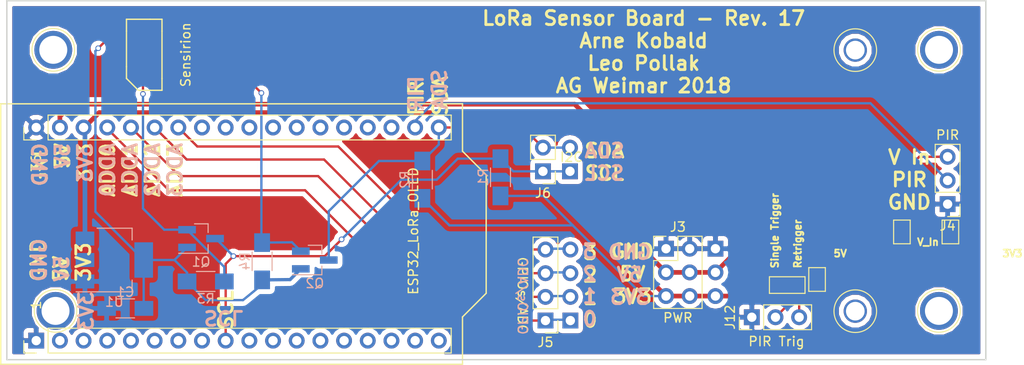
<source format=kicad_pcb>
(kicad_pcb (version 4) (host pcbnew 4.0.7)

  (general
    (links 57)
    (no_connects 3)
    (area 91.124999 72.424999 196.275001 111.075001)
    (thickness 1.6)
    (drawings 27)
    (tracks 138)
    (zones 0)
    (modules 28)
    (nets 40)
  )

  (page A4)
  (layers
    (0 F.Cu signal)
    (31 B.Cu signal)
    (32 B.Adhes user)
    (33 F.Adhes user)
    (34 B.Paste user)
    (35 F.Paste user)
    (36 B.SilkS user)
    (37 F.SilkS user)
    (38 B.Mask user)
    (39 F.Mask user)
    (40 Dwgs.User user)
    (41 Cmts.User user)
    (42 Eco1.User user)
    (43 Eco2.User user)
    (44 Edge.Cuts user)
    (45 Margin user hide)
    (46 B.CrtYd user hide)
    (47 F.CrtYd user hide)
    (48 B.Fab user hide)
    (49 F.Fab user hide)
  )

  (setup
    (last_trace_width 0.25)
    (trace_clearance 0.25)
    (zone_clearance 0.508)
    (zone_45_only yes)
    (trace_min 0.2)
    (segment_width 0.2)
    (edge_width 0.15)
    (via_size 0.6)
    (via_drill 0.4)
    (via_min_size 0.4)
    (via_min_drill 0.3)
    (uvia_size 0.3)
    (uvia_drill 0.1)
    (uvias_allowed no)
    (uvia_min_size 0.2)
    (uvia_min_drill 0.1)
    (pcb_text_width 0.3)
    (pcb_text_size 1.5 1.5)
    (mod_edge_width 0.15)
    (mod_text_size 1 1)
    (mod_text_width 0.15)
    (pad_size 2 1.5)
    (pad_drill 0)
    (pad_to_mask_clearance 0.2)
    (aux_axis_origin 0 0)
    (visible_elements 7FFFFFFF)
    (pcbplotparams
      (layerselection 0x010f0_80000001)
      (usegerberextensions false)
      (excludeedgelayer true)
      (linewidth 0.100000)
      (plotframeref false)
      (viasonmask false)
      (mode 1)
      (useauxorigin false)
      (hpglpennumber 1)
      (hpglpenspeed 20)
      (hpglpendiameter 15)
      (hpglpenoverlay 2)
      (psnegative false)
      (psa4output false)
      (plotreference true)
      (plotvalue true)
      (plotinvisibletext false)
      (padsonsilk false)
      (subtractmaskfromsilk false)
      (outputformat 1)
      (mirror false)
      (drillshape 0)
      (scaleselection 1)
      (outputdirectory gerbers/))
  )

  (net 0 "")
  (net 1 GND)
  (net 2 SDA)
  (net 3 ADC3)
  (net 4 ADC2)
  (net 5 ADC1)
  (net 6 ADC0)
  (net 7 3V3)
  (net 8 5V)
  (net 9 SCL)
  (net 10 PIR)
  (net 11 1V8)
  (net 12 "Net-(Q1-Pad2)")
  (net 13 "Net-(Q2-Pad2)")
  (net 14 "Net-(J1-Pad1)")
  (net 15 "Net-(J10-Pad1)")
  (net 16 "Net-(J10-Pad2)")
  (net 17 "Net-(ESP_1-Pad18)")
  (net 18 "Net-(ESP_1-Pad17)")
  (net 19 "Net-(ESP_1-Pad16)")
  (net 20 "Net-(ESP_1-Pad15)")
  (net 21 "Net-(ESP_1-Pad14)")
  (net 22 "Net-(ESP_1-Pad13)")
  (net 23 "Net-(ESP_1-Pad12)")
  (net 24 "Net-(ESP_1-Pad11)")
  (net 25 "Net-(ESP_1-Pad10)")
  (net 26 "Net-(ESP_1-Pad8)")
  (net 27 "Net-(ESP_1-Pad7)")
  (net 28 "Net-(ESP_1-Pad6)")
  (net 29 "Net-(ESP_1-Pad5)")
  (net 30 "Net-(ESP_1-Pad4)")
  (net 31 "Net-(ESP_1-Pad29)")
  (net 32 "Net-(ESP_1-Pad28)")
  (net 33 "Net-(ESP_1-Pad27)")
  (net 34 "Net-(ESP_1-Pad26)")
  (net 35 "Net-(ESP_1-Pad25)")
  (net 36 "Net-(ESP_1-Pad24)")
  (net 37 "Net-(ESP_1-Pad23)")
  (net 38 "Net-(ESP_1-Pad22)")
  (net 39 "Net-(ESP_1-Pad21)")

  (net_class Default "Dies ist die voreingestellte Netzklasse."
    (clearance 0.25)
    (trace_width 0.25)
    (via_dia 0.6)
    (via_drill 0.4)
    (uvia_dia 0.3)
    (uvia_drill 0.1)
    (add_net 1V8)
    (add_net 3V3)
    (add_net 5V)
    (add_net ADC0)
    (add_net ADC1)
    (add_net ADC2)
    (add_net ADC3)
    (add_net GND)
    (add_net "Net-(ESP_1-Pad10)")
    (add_net "Net-(ESP_1-Pad11)")
    (add_net "Net-(ESP_1-Pad12)")
    (add_net "Net-(ESP_1-Pad13)")
    (add_net "Net-(ESP_1-Pad14)")
    (add_net "Net-(ESP_1-Pad15)")
    (add_net "Net-(ESP_1-Pad16)")
    (add_net "Net-(ESP_1-Pad17)")
    (add_net "Net-(ESP_1-Pad18)")
    (add_net "Net-(ESP_1-Pad21)")
    (add_net "Net-(ESP_1-Pad22)")
    (add_net "Net-(ESP_1-Pad23)")
    (add_net "Net-(ESP_1-Pad24)")
    (add_net "Net-(ESP_1-Pad25)")
    (add_net "Net-(ESP_1-Pad26)")
    (add_net "Net-(ESP_1-Pad27)")
    (add_net "Net-(ESP_1-Pad28)")
    (add_net "Net-(ESP_1-Pad29)")
    (add_net "Net-(ESP_1-Pad4)")
    (add_net "Net-(ESP_1-Pad5)")
    (add_net "Net-(ESP_1-Pad6)")
    (add_net "Net-(ESP_1-Pad7)")
    (add_net "Net-(ESP_1-Pad8)")
    (add_net "Net-(J1-Pad1)")
    (add_net "Net-(J10-Pad1)")
    (add_net "Net-(J10-Pad2)")
    (add_net "Net-(Q1-Pad2)")
    (add_net "Net-(Q2-Pad2)")
    (add_net PIR)
    (add_net SCL)
    (add_net SDA)
  )

  (module ESP32_LoRa:ESP32_LoRa (layer F.Cu) (tedit 5ABBCDE8) (tstamp 5AA3C3FB)
    (at 113.4 98.8 90)
    (descr "Through hole straight pin header, 1x18, 2.54mm pitch, single row")
    (tags "Through hole pin header THT 1x18 2.54mm single row")
    (path /5AA91A93)
    (fp_text reference ESP_1 (at 1.91 -18.72 90) (layer F.Fab)
      (effects (font (size 1 1) (thickness 0.15)))
    )
    (fp_text value ESP32_LoRa_OLED (at 1.6 21.4 90) (layer F.SilkS)
      (effects (font (size 1 1) (thickness 0.15)))
    )
    (fp_text user 36 (at 8.89 -19.05 90) (layer F.SilkS)
      (effects (font (size 1 1) (thickness 0.15)))
    )
    (fp_text user 1 (at -6.35 -19.05 90) (layer F.SilkS)
      (effects (font (size 1 1) (thickness 0.15)))
    )
    (fp_line (start -12.7 -22.86) (end 15.24 -22.86) (layer F.SilkS) (width 0.15))
    (fp_line (start 15.24 -22.86) (end 15.24 26.67) (layer F.SilkS) (width 0.15))
    (fp_line (start 15.24 26.67) (end 10.16 26.67) (layer F.SilkS) (width 0.15))
    (fp_line (start 10.16 26.67) (end 7.62 29.21) (layer F.SilkS) (width 0.15))
    (fp_line (start 7.62 29.21) (end -5.08 29.21) (layer F.SilkS) (width 0.15))
    (fp_line (start -5.08 29.21) (end -7.62 26.67) (layer F.SilkS) (width 0.15))
    (fp_line (start -7.62 26.67) (end -12.7 26.67) (layer F.SilkS) (width 0.15))
    (fp_line (start -12.7 26.67) (end -12.7 -22.86) (layer F.SilkS) (width 0.15))
    (fp_text user %R (at -10.16 2.54 180) (layer F.Fab)
      (effects (font (size 1 1) (thickness 0.15)))
    )
    (fp_line (start -8.36 -20.85) (end -11.96 -20.85) (layer F.CrtYd) (width 0.05))
    (fp_line (start -8.36 25.9) (end -8.36 -20.85) (layer F.CrtYd) (width 0.05))
    (fp_line (start -11.96 25.9) (end -8.36 25.9) (layer F.CrtYd) (width 0.05))
    (fp_line (start -11.96 -20.85) (end -11.96 25.9) (layer F.CrtYd) (width 0.05))
    (fp_line (start -11.49 -20.38) (end -10.16 -20.38) (layer F.SilkS) (width 0.12))
    (fp_line (start -11.49 -19.05) (end -11.49 -20.38) (layer F.SilkS) (width 0.12))
    (fp_line (start -11.49 -17.78) (end -8.83 -17.78) (layer F.SilkS) (width 0.12))
    (fp_line (start -8.83 -17.78) (end -8.83 25.46) (layer F.SilkS) (width 0.12))
    (fp_line (start -11.49 -17.78) (end -11.49 25.46) (layer F.SilkS) (width 0.12))
    (fp_line (start -11.49 25.46) (end -8.83 25.46) (layer F.SilkS) (width 0.12))
    (fp_line (start -11.43 -19.685) (end -10.795 -20.32) (layer F.Fab) (width 0.1))
    (fp_line (start -11.43 25.4) (end -11.43 -19.685) (layer F.Fab) (width 0.1))
    (fp_line (start -8.89 25.4) (end -11.43 25.4) (layer F.Fab) (width 0.1))
    (fp_line (start -8.89 -20.32) (end -8.89 25.4) (layer F.Fab) (width 0.1))
    (fp_line (start -10.795 -20.32) (end -8.89 -20.32) (layer F.Fab) (width 0.1))
    (fp_line (start 12.065 -20.32) (end 13.97 -20.32) (layer F.Fab) (width 0.1))
    (fp_line (start 13.97 -20.32) (end 13.97 25.4) (layer F.Fab) (width 0.1))
    (fp_line (start 13.97 25.4) (end 11.43 25.4) (layer F.Fab) (width 0.1))
    (fp_line (start 11.43 25.4) (end 11.43 -19.685) (layer F.Fab) (width 0.1))
    (fp_line (start 11.43 -19.685) (end 12.065 -20.32) (layer F.Fab) (width 0.1))
    (fp_line (start 11.37 25.46) (end 14.03 25.46) (layer F.SilkS) (width 0.12))
    (fp_line (start 11.37 -17.78) (end 11.37 25.46) (layer F.SilkS) (width 0.12))
    (fp_line (start 14.03 -17.78) (end 14.03 25.46) (layer F.SilkS) (width 0.12))
    (fp_line (start 11.37 -17.78) (end 14.03 -17.78) (layer F.SilkS) (width 0.12))
    (fp_line (start 11.37 -19.05) (end 11.37 -20.38) (layer F.SilkS) (width 0.12))
    (fp_line (start 11.37 -20.38) (end 12.7 -20.38) (layer F.SilkS) (width 0.12))
    (fp_line (start 10.9 -20.85) (end 10.9 25.9) (layer F.CrtYd) (width 0.05))
    (fp_line (start 10.9 25.9) (end 14.5 25.9) (layer F.CrtYd) (width 0.05))
    (fp_line (start 14.5 25.9) (end 14.5 -20.85) (layer F.CrtYd) (width 0.05))
    (fp_line (start 14.5 -20.85) (end 10.9 -20.85) (layer F.CrtYd) (width 0.05))
    (fp_text user %R (at 12.7 2.54 180) (layer F.Fab)
      (effects (font (size 1 1) (thickness 0.15)))
    )
    (pad 18 thru_hole oval (at -10.16 24.13 90) (size 1.7 1.7) (drill 1) (layers *.Cu *.Mask)
      (net 17 "Net-(ESP_1-Pad18)"))
    (pad 17 thru_hole oval (at -10.16 21.59 90) (size 1.7 1.7) (drill 1) (layers *.Cu *.Mask)
      (net 18 "Net-(ESP_1-Pad17)"))
    (pad 16 thru_hole oval (at -10.16 19.05 90) (size 1.7 1.7) (drill 1) (layers *.Cu *.Mask)
      (net 19 "Net-(ESP_1-Pad16)"))
    (pad 15 thru_hole oval (at -10.16 16.51 90) (size 1.7 1.7) (drill 1) (layers *.Cu *.Mask)
      (net 20 "Net-(ESP_1-Pad15)"))
    (pad 14 thru_hole oval (at -10.16 13.97 90) (size 1.7 1.7) (drill 1) (layers *.Cu *.Mask)
      (net 21 "Net-(ESP_1-Pad14)"))
    (pad 13 thru_hole oval (at -10.16 11.43 90) (size 1.7 1.7) (drill 1) (layers *.Cu *.Mask)
      (net 22 "Net-(ESP_1-Pad13)"))
    (pad 12 thru_hole oval (at -10.16 8.89 90) (size 1.7 1.7) (drill 1) (layers *.Cu *.Mask)
      (net 23 "Net-(ESP_1-Pad12)"))
    (pad 11 thru_hole oval (at -10.16 6.35 90) (size 1.7 1.7) (drill 1) (layers *.Cu *.Mask)
      (net 24 "Net-(ESP_1-Pad11)"))
    (pad 10 thru_hole oval (at -10.16 3.81 90) (size 1.7 1.7) (drill 1) (layers *.Cu *.Mask)
      (net 25 "Net-(ESP_1-Pad10)"))
    (pad 9 thru_hole oval (at -10.16 1.27 90) (size 1.7 1.7) (drill 1) (layers *.Cu *.Mask)
      (net 9 SCL))
    (pad 8 thru_hole oval (at -10.16 -1.27 90) (size 1.7 1.7) (drill 1) (layers *.Cu *.Mask)
      (net 26 "Net-(ESP_1-Pad8)"))
    (pad 7 thru_hole oval (at -10.16 -3.81 90) (size 1.7 1.7) (drill 1) (layers *.Cu *.Mask)
      (net 27 "Net-(ESP_1-Pad7)"))
    (pad 6 thru_hole oval (at -10.16 -6.35 90) (size 1.7 1.7) (drill 1) (layers *.Cu *.Mask)
      (net 28 "Net-(ESP_1-Pad6)"))
    (pad 5 thru_hole oval (at -10.16 -8.89 90) (size 1.7 1.7) (drill 1) (layers *.Cu *.Mask)
      (net 29 "Net-(ESP_1-Pad5)"))
    (pad 4 thru_hole oval (at -10.16 -11.43 90) (size 1.7 1.7) (drill 1) (layers *.Cu *.Mask)
      (net 30 "Net-(ESP_1-Pad4)"))
    (pad 3 thru_hole oval (at -10.16 -13.97 90) (size 1.7 1.7) (drill 1) (layers *.Cu *.Mask)
      (net 7 3V3))
    (pad 2 thru_hole oval (at -10.16 -16.51 90) (size 1.7 1.7) (drill 1) (layers *.Cu *.Mask)
      (net 8 5V))
    (pad 1 thru_hole rect (at -10.16 -19.05 90) (size 1.7 1.7) (drill 1) (layers *.Cu *.Mask)
      (net 1 GND))
    (pad 36 thru_hole circle (at 12.7 -19.05 90) (size 1.7 1.7) (drill 1) (layers *.Cu *.Mask)
      (net 1 GND))
    (pad 35 thru_hole oval (at 12.7 -16.51 90) (size 1.7 1.7) (drill 1) (layers *.Cu *.Mask)
      (net 8 5V))
    (pad 34 thru_hole oval (at 12.7 -13.97 90) (size 1.7 1.7) (drill 1) (layers *.Cu *.Mask)
      (net 7 3V3))
    (pad 33 thru_hole oval (at 12.7 -11.43 90) (size 1.7 1.7) (drill 1) (layers *.Cu *.Mask)
      (net 6 ADC0))
    (pad 32 thru_hole oval (at 12.7 -8.89 90) (size 1.7 1.7) (drill 1) (layers *.Cu *.Mask)
      (net 5 ADC1))
    (pad 31 thru_hole oval (at 12.7 -6.35 90) (size 1.7 1.7) (drill 1) (layers *.Cu *.Mask)
      (net 4 ADC2))
    (pad 30 thru_hole oval (at 12.7 -3.81 90) (size 1.7 1.7) (drill 1) (layers *.Cu *.Mask)
      (net 3 ADC3))
    (pad 29 thru_hole oval (at 12.7 -1.27 90) (size 1.7 1.7) (drill 1) (layers *.Cu *.Mask)
      (net 31 "Net-(ESP_1-Pad29)"))
    (pad 28 thru_hole oval (at 12.7 1.27 90) (size 1.7 1.7) (drill 1) (layers *.Cu *.Mask)
      (net 32 "Net-(ESP_1-Pad28)"))
    (pad 27 thru_hole oval (at 12.7 3.81 90) (size 1.7 1.7) (drill 1) (layers *.Cu *.Mask)
      (net 33 "Net-(ESP_1-Pad27)"))
    (pad 26 thru_hole oval (at 12.7 6.35 90) (size 1.7 1.7) (drill 1) (layers *.Cu *.Mask)
      (net 34 "Net-(ESP_1-Pad26)"))
    (pad 25 thru_hole oval (at 12.7 8.89 90) (size 1.7 1.7) (drill 1) (layers *.Cu *.Mask)
      (net 35 "Net-(ESP_1-Pad25)"))
    (pad 24 thru_hole oval (at 12.7 11.43 90) (size 1.7 1.7) (drill 1) (layers *.Cu *.Mask)
      (net 36 "Net-(ESP_1-Pad24)"))
    (pad 23 thru_hole oval (at 12.7 13.97 90) (size 1.7 1.7) (drill 1) (layers *.Cu *.Mask)
      (net 37 "Net-(ESP_1-Pad23)"))
    (pad 22 thru_hole oval (at 12.7 16.51 90) (size 1.7 1.7) (drill 1) (layers *.Cu *.Mask)
      (net 38 "Net-(ESP_1-Pad22)"))
    (pad 21 thru_hole oval (at 12.7 19.05 90) (size 1.7 1.7) (drill 1) (layers *.Cu *.Mask)
      (net 39 "Net-(ESP_1-Pad21)"))
    (pad 20 thru_hole oval (at 12.7 21.59 90) (size 1.7 1.7) (drill 1) (layers *.Cu *.Mask)
      (net 10 PIR))
    (pad 19 thru_hole oval (at 12.7 24.13 90) (size 1.7 1.7) (drill 1) (layers *.Cu *.Mask)
      (net 2 SDA))
    (model Socket_Strips.3dshapes/Socket_Strip_Straight_1x18_Pitch2.54mm.wrl
      (at (xyz 0.5 -0.1 0))
      (scale (xyz 1 1 1))
      (rotate (xyz 0 0 90))
    )
    (model Socket_Strips.3dshapes/Socket_Strip_Straight_1x18_Pitch2.54mm.wrl
      (at (xyz -0.4 -0.1 0))
      (scale (xyz 1 1 1))
      (rotate (xyz 0 0 90))
    )
  )

  (module "ESP32_LoRa:FFC Molex" (layer F.Cu) (tedit 5ABCE404) (tstamp 5AA3C471)
    (at 105.3 78.3 90)
    (path /5AA18358)
    (fp_text reference S1 (at -0.175 3.775 90) (layer F.Fab)
      (effects (font (size 1 1) (thickness 0.15)))
    )
    (fp_text value Sensirion (at 0 5.08 90) (layer F.SilkS)
      (effects (font (size 1 1) (thickness 0.15)))
    )
    (fp_line (start -2.54 2.54) (end -3.81 2.54) (layer F.SilkS) (width 0.15))
    (fp_line (start 3.81 2.54) (end 2.54 2.54) (layer F.SilkS) (width 0.15))
    (fp_line (start 3.81 -1.27) (end 2.54 -1.27) (layer F.SilkS) (width 0.15))
    (fp_line (start -1.27 -1.27) (end -2.54 -1.27) (layer F.SilkS) (width 0.15))
    (fp_line (start -3.81 1.27) (end -3.81 2.54) (layer F.SilkS) (width 0.15))
    (fp_line (start 3.81 1.27) (end 3.81 2.54) (layer F.SilkS) (width 0.15))
    (fp_line (start -2.54 2.54) (end 2.54 2.54) (layer F.SilkS) (width 0.15))
    (fp_line (start 3.81 1.27) (end 3.81 -1.27) (layer F.SilkS) (width 0.15))
    (fp_line (start 2.54 -1.27) (end -1.27 -1.27) (layer F.SilkS) (width 0.15))
    (fp_line (start -2.54 -1.27) (end -3.81 0) (layer F.SilkS) (width 0.15))
    (fp_line (start -3.81 0) (end -3.81 1.27) (layer F.SilkS) (width 0.15))
    (pad 4 smd rect (at 1.73 -1.28 90) (size 0.8 2.2) (layers F.Cu F.Paste F.Mask)
      (net 11 1V8))
    (pad 2 smd rect (at -0.27 -1.28 90) (size 0.8 2.2) (layers F.Cu F.Paste F.Mask)
      (net 1 GND))
    (pad 3 smd rect (at 0.73 2.72 90) (size 0.8 2.2) (layers F.Cu F.Paste F.Mask)
      (net 12 "Net-(Q1-Pad2)"))
    (pad 1 smd rect (at -1.27 2.72 90) (size 0.8 2.2) (layers F.Cu F.Paste F.Mask)
      (net 13 "Net-(Q2-Pad2)"))
  )

  (module Pin_Headers:Pin_Header_Straight_1x03_Pitch2.54mm (layer F.Cu) (tedit 5ABCE41C) (tstamp 5AB16DD7)
    (at 171.1 106.45 90)
    (descr "Through hole straight pin header, 1x03, 2.54mm pitch, single row")
    (tags "Through hole pin header THT 1x03 2.54mm single row")
    (path /5AB18F51)
    (fp_text reference J12 (at 0 -2.33 90) (layer F.SilkS)
      (effects (font (size 1 1) (thickness 0.15)))
    )
    (fp_text value "PIR Trig" (at -2.6 2.64 180) (layer F.SilkS)
      (effects (font (size 1 1) (thickness 0.15)))
    )
    (fp_line (start -0.635 -1.27) (end 1.27 -1.27) (layer F.Fab) (width 0.1))
    (fp_line (start 1.27 -1.27) (end 1.27 6.35) (layer F.Fab) (width 0.1))
    (fp_line (start 1.27 6.35) (end -1.27 6.35) (layer F.Fab) (width 0.1))
    (fp_line (start -1.27 6.35) (end -1.27 -0.635) (layer F.Fab) (width 0.1))
    (fp_line (start -1.27 -0.635) (end -0.635 -1.27) (layer F.Fab) (width 0.1))
    (fp_line (start -1.33 6.41) (end 1.33 6.41) (layer F.SilkS) (width 0.12))
    (fp_line (start -1.33 1.27) (end -1.33 6.41) (layer F.SilkS) (width 0.12))
    (fp_line (start 1.33 1.27) (end 1.33 6.41) (layer F.SilkS) (width 0.12))
    (fp_line (start -1.33 1.27) (end 1.33 1.27) (layer F.SilkS) (width 0.12))
    (fp_line (start -1.33 0) (end -1.33 -1.33) (layer F.SilkS) (width 0.12))
    (fp_line (start -1.33 -1.33) (end 0 -1.33) (layer F.SilkS) (width 0.12))
    (fp_line (start -1.8 -1.8) (end -1.8 6.85) (layer F.CrtYd) (width 0.05))
    (fp_line (start -1.8 6.85) (end 1.8 6.85) (layer F.CrtYd) (width 0.05))
    (fp_line (start 1.8 6.85) (end 1.8 -1.8) (layer F.CrtYd) (width 0.05))
    (fp_line (start 1.8 -1.8) (end -1.8 -1.8) (layer F.CrtYd) (width 0.05))
    (fp_text user %R (at 0 2.54 180) (layer F.Fab)
      (effects (font (size 1 1) (thickness 0.15)))
    )
    (pad 1 thru_hole rect (at 0 0 90) (size 1.7 1.7) (drill 1) (layers *.Cu *.Mask)
      (net 1 GND))
    (pad 2 thru_hole oval (at 0 2.54 90) (size 1.7 1.7) (drill 1) (layers *.Cu *.Mask)
      (net 16 "Net-(J10-Pad2)"))
    (pad 3 thru_hole oval (at 0 5.08 90) (size 1.7 1.7) (drill 1) (layers *.Cu *.Mask)
      (net 15 "Net-(J10-Pad1)"))
    (model ${KISYS3DMOD}/Pin_Headers.3dshapes/Pin_Header_Straight_1x03_Pitch2.54mm.wrl
      (at (xyz 0 0 0))
      (scale (xyz 1 1 1))
      (rotate (xyz 0 0 0))
    )
  )

  (module Pin_Headers:Pin_Header_Straight_1x03_Pitch2.54mm (layer F.Cu) (tedit 5AB18EBB) (tstamp 5AA3C42C)
    (at 192.103 94.32 180)
    (descr "Through hole straight pin header, 1x03, 2.54mm pitch, single row")
    (tags "Through hole pin header THT 1x03 2.54mm single row")
    (path /5AA2551F)
    (fp_text reference J4 (at 0 -2.33 180) (layer F.SilkS)
      (effects (font (size 1 1) (thickness 0.15)))
    )
    (fp_text value PIR (at 0 7.41 180) (layer F.SilkS)
      (effects (font (size 1 1) (thickness 0.15)))
    )
    (fp_line (start -0.635 -1.27) (end 1.27 -1.27) (layer F.Fab) (width 0.1))
    (fp_line (start 1.27 -1.27) (end 1.27 6.35) (layer F.Fab) (width 0.1))
    (fp_line (start 1.27 6.35) (end -1.27 6.35) (layer F.Fab) (width 0.1))
    (fp_line (start -1.27 6.35) (end -1.27 -0.635) (layer F.Fab) (width 0.1))
    (fp_line (start -1.27 -0.635) (end -0.635 -1.27) (layer F.Fab) (width 0.1))
    (fp_line (start -1.33 6.41) (end 1.33 6.41) (layer F.SilkS) (width 0.12))
    (fp_line (start -1.33 1.27) (end -1.33 6.41) (layer F.SilkS) (width 0.12))
    (fp_line (start 1.33 1.27) (end 1.33 6.41) (layer F.SilkS) (width 0.12))
    (fp_line (start -1.33 1.27) (end 1.33 1.27) (layer F.SilkS) (width 0.12))
    (fp_line (start -1.33 0) (end -1.33 -1.33) (layer F.SilkS) (width 0.12))
    (fp_line (start -1.33 -1.33) (end 0 -1.33) (layer F.SilkS) (width 0.12))
    (fp_line (start -1.8 -1.8) (end -1.8 6.85) (layer F.CrtYd) (width 0.05))
    (fp_line (start -1.8 6.85) (end 1.8 6.85) (layer F.CrtYd) (width 0.05))
    (fp_line (start 1.8 6.85) (end 1.8 -1.8) (layer F.CrtYd) (width 0.05))
    (fp_line (start 1.8 -1.8) (end -1.8 -1.8) (layer F.CrtYd) (width 0.05))
    (fp_text user %R (at 0 2.54 270) (layer F.Fab)
      (effects (font (size 1 1) (thickness 0.15)))
    )
    (pad 1 thru_hole rect (at 0 0 180) (size 1.7 1.7) (drill 1) (layers *.Cu *.Mask)
      (net 1 GND))
    (pad 2 thru_hole oval (at 0 2.54 180) (size 1.7 1.7) (drill 1) (layers *.Cu *.Mask)
      (net 10 PIR))
    (pad 3 thru_hole oval (at 0 5.08 180) (size 1.7 1.7) (drill 1) (layers *.Cu *.Mask)
      (net 14 "Net-(J1-Pad1)"))
    (model ${KISYS3DMOD}/Pin_Headers.3dshapes/Pin_Header_Straight_1x03_Pitch2.54mm.wrl
      (at (xyz 0 0 0))
      (scale (xyz 1 1 1))
      (rotate (xyz 0 0 0))
    )
  )

  (module Pin_Headers:Pin_Header_Straight_1x04_Pitch2.54mm (layer F.Cu) (tedit 5AB2666C) (tstamp 5AB15A89)
    (at 151.638 106.807 180)
    (descr "Through hole straight pin header, 1x04, 2.54mm pitch, single row")
    (tags "Through hole pin header THT 1x04 2.54mm single row")
    (path /5AB15454)
    (fp_text reference J7 (at 0 -2.33 180) (layer F.Fab)
      (effects (font (size 1 1) (thickness 0.15)))
    )
    (fp_text value GPIOs/ADCs (at 0 9.95 180) (layer F.Fab)
      (effects (font (size 1 1) (thickness 0.15)))
    )
    (fp_line (start -1.8 -1.8) (end -1.8 9.4) (layer F.CrtYd) (width 0.05))
    (fp_line (start -1.8 9.4) (end 1.8 9.4) (layer F.CrtYd) (width 0.05))
    (fp_line (start 1.8 9.4) (end 1.8 -1.8) (layer F.CrtYd) (width 0.05))
    (fp_line (start 1.8 -1.8) (end -1.8 -1.8) (layer F.CrtYd) (width 0.05))
    (fp_text user %R (at 0 3.81 270) (layer F.Fab)
      (effects (font (size 1 1) (thickness 0.15)))
    )
    (pad 1 thru_hole rect (at 0 0 180) (size 1.7 1.7) (drill 1) (layers *.Cu *.Mask)
      (net 6 ADC0))
    (pad 2 thru_hole oval (at 0 2.54 180) (size 1.7 1.7) (drill 1) (layers *.Cu *.Mask)
      (net 5 ADC1))
    (pad 3 thru_hole oval (at 0 5.08 180) (size 1.7 1.7) (drill 1) (layers *.Cu *.Mask)
      (net 4 ADC2))
    (pad 4 thru_hole oval (at 0 7.62 180) (size 1.7 1.7) (drill 1) (layers *.Cu *.Mask)
      (net 3 ADC3))
  )

  (module Pin_Headers:Pin_Header_Straight_1x02_Pitch2.54mm (layer F.Cu) (tedit 5AB26667) (tstamp 5AB15B58)
    (at 151.6 90.8 180)
    (descr "Through hole straight pin header, 1x02, 2.54mm pitch, single row")
    (tags "Through hole pin header THT 1x02 2.54mm single row")
    (path /5AB15680)
    (fp_text reference J8 (at 0 -2.33 180) (layer F.Fab)
      (effects (font (size 1 1) (thickness 0.15)))
    )
    (fp_text value I2C (at 0 4.87 180) (layer F.Fab)
      (effects (font (size 1 1) (thickness 0.15)))
    )
    (fp_line (start -0.635 -1.27) (end 1.27 -1.27) (layer F.Fab) (width 0.1))
    (fp_line (start 1.27 -1.27) (end 1.27 3.81) (layer F.Fab) (width 0.1))
    (fp_line (start 1.27 3.81) (end -1.27 3.81) (layer F.Fab) (width 0.1))
    (fp_line (start -1.27 3.81) (end -1.27 -0.635) (layer F.Fab) (width 0.1))
    (fp_line (start -1.27 -0.635) (end -0.635 -1.27) (layer F.Fab) (width 0.1))
    (fp_line (start -1.8 -1.8) (end -1.8 4.35) (layer F.CrtYd) (width 0.05))
    (fp_line (start -1.8 4.35) (end 1.8 4.35) (layer F.CrtYd) (width 0.05))
    (fp_line (start 1.8 4.35) (end 1.8 -1.8) (layer F.CrtYd) (width 0.05))
    (fp_line (start 1.8 -1.8) (end -1.8 -1.8) (layer F.CrtYd) (width 0.05))
    (fp_text user %R (at 0 1.27 270) (layer F.Fab)
      (effects (font (size 1 1) (thickness 0.15)))
    )
    (pad 1 thru_hole rect (at 0 0 180) (size 1.7 1.7) (drill 1) (layers *.Cu *.Mask)
      (net 9 SCL))
    (pad 2 thru_hole oval (at 0 2.54 180) (size 1.7 1.7) (drill 1) (layers *.Cu *.Mask)
      (net 2 SDA))
  )

  (module Socket_Strips:Socket_Strip_Straight_1x03_Pitch2.54mm (layer F.Cu) (tedit 5AB26675) (tstamp 5AB156E5)
    (at 167.2 99.1)
    (descr "Through hole straight socket strip, 1x03, 2.54mm pitch, single row")
    (tags "Through hole socket strip THT 1x03 2.54mm single row")
    (path /5AB1558E)
    (fp_text reference J9 (at 2.54 -2.54) (layer F.Fab)
      (effects (font (size 1 1) (thickness 0.15)))
    )
    (fp_text value PWR (at 0 7.41) (layer F.Fab)
      (effects (font (size 1 1) (thickness 0.15)))
    )
    (fp_line (start -1.8 -1.8) (end -1.8 6.85) (layer F.CrtYd) (width 0.05))
    (fp_line (start -1.8 6.85) (end 1.8 6.85) (layer F.CrtYd) (width 0.05))
    (fp_line (start 1.8 6.85) (end 1.8 -1.8) (layer F.CrtYd) (width 0.05))
    (fp_line (start 1.8 -1.8) (end -1.8 -1.8) (layer F.CrtYd) (width 0.05))
    (pad 1 thru_hole rect (at 0 0) (size 1.7 1.7) (drill 1) (layers *.Cu *.Mask)
      (net 1 GND))
    (pad 2 thru_hole oval (at 0 2.54) (size 1.7 1.7) (drill 1) (layers *.Cu *.Mask)
      (net 8 5V))
    (pad 3 thru_hole oval (at 0 5.08) (size 1.7 1.7) (drill 1) (layers *.Cu *.Mask)
      (net 7 3V3))
  )

  (module ESP32_LoRa:PWR (layer F.Cu) (tedit 5AB25985) (tstamp 5AA3C417)
    (at 161.9 99.1)
    (descr "Through hole straight pin header, 2x03, 2.54mm pitch, double rows")
    (tags "Through hole pin header THT 2x03 2.54mm double row")
    (path /5AA17AD0)
    (fp_text reference J3 (at 1.27 -2.33) (layer F.SilkS)
      (effects (font (size 1 1) (thickness 0.15)))
    )
    (fp_text value PWR (at 1.27 7.41) (layer F.SilkS)
      (effects (font (size 1 1) (thickness 0.15)))
    )
    (fp_line (start 0 -1.27) (end 3.81 -1.27) (layer F.Fab) (width 0.1))
    (fp_line (start 3.81 -1.27) (end 3.81 6.35) (layer F.Fab) (width 0.1))
    (fp_line (start 3.81 6.35) (end -1.27 6.35) (layer F.Fab) (width 0.1))
    (fp_line (start -1.27 6.35) (end -1.27 0) (layer F.Fab) (width 0.1))
    (fp_line (start -1.27 0) (end 0 -1.27) (layer F.Fab) (width 0.1))
    (fp_line (start -1.33 6.41) (end 3.87 6.41) (layer F.SilkS) (width 0.12))
    (fp_line (start -1.33 1.27) (end -1.33 6.41) (layer F.SilkS) (width 0.12))
    (fp_line (start 3.87 -1.33) (end 3.87 6.41) (layer F.SilkS) (width 0.12))
    (fp_line (start -1.33 1.27) (end 1.27 1.27) (layer F.SilkS) (width 0.12))
    (fp_line (start 1.27 1.27) (end 1.27 -1.33) (layer F.SilkS) (width 0.12))
    (fp_line (start 1.27 -1.33) (end 3.87 -1.33) (layer F.SilkS) (width 0.12))
    (fp_line (start -1.33 0) (end -1.33 -1.33) (layer F.SilkS) (width 0.12))
    (fp_line (start -1.33 -1.33) (end 0 -1.33) (layer F.SilkS) (width 0.12))
    (fp_line (start -1.8 -1.8) (end -1.8 6.85) (layer F.CrtYd) (width 0.05))
    (fp_line (start -1.8 6.85) (end 4.35 6.85) (layer F.CrtYd) (width 0.05))
    (fp_line (start 4.35 6.85) (end 4.35 -1.8) (layer F.CrtYd) (width 0.05))
    (fp_line (start 4.35 -1.8) (end -1.8 -1.8) (layer F.CrtYd) (width 0.05))
    (fp_text user %R (at 1.27 2.54 90) (layer F.Fab)
      (effects (font (size 1 1) (thickness 0.15)))
    )
    (pad 1a thru_hole rect (at 0 0) (size 1.7 1.7) (drill 1) (layers *.Cu *.Mask)
      (net 1 GND))
    (pad 1b thru_hole oval (at 2.54 0) (size 1.7 1.7) (drill 1) (layers *.Cu *.Mask)
      (net 1 GND))
    (pad 2a thru_hole oval (at 0 2.54) (size 1.7 1.7) (drill 1) (layers *.Cu *.Mask)
      (net 8 5V))
    (pad 2b thru_hole oval (at 2.54 2.54) (size 1.7 1.7) (drill 1) (layers *.Cu *.Mask)
      (net 8 5V))
    (pad 3a thru_hole oval (at 0 5.08) (size 1.7 1.7) (drill 1) (layers *.Cu *.Mask)
      (net 7 3V3))
    (pad 3b thru_hole oval (at 2.54 5.08) (size 1.7 1.7) (drill 1) (layers *.Cu *.Mask)
      (net 7 3V3))
    (model ${KISYS3DMOD}/Pin_Headers.3dshapes/Pin_Header_Straight_2x03_Pitch2.54mm.wrl
      (at (xyz 0 0 0))
      (scale (xyz 1 1 1))
      (rotate (xyz 0 0 0))
    )
  )

  (module Pin_Headers:Pin_Header_Straight_1x04_Pitch2.54mm (layer F.Cu) (tedit 5AB259E0) (tstamp 5AA3C41F)
    (at 148.971 106.807 180)
    (descr "Through hole straight pin header, 1x04, 2.54mm pitch, single row")
    (tags "Through hole pin header THT 1x04 2.54mm single row")
    (path /5AA1805E)
    (fp_text reference J5 (at 0 -2.33 180) (layer F.SilkS)
      (effects (font (size 1 1) (thickness 0.15)))
    )
    (fp_text value GPIOs/ADCs (at 0 9.95 180) (layer F.Fab)
      (effects (font (size 1 1) (thickness 0.15)))
    )
    (fp_line (start -0.635 -1.27) (end 1.27 -1.27) (layer F.Fab) (width 0.1))
    (fp_line (start 1.27 -1.27) (end 1.27 8.89) (layer F.Fab) (width 0.1))
    (fp_line (start 1.27 8.89) (end -1.27 8.89) (layer F.Fab) (width 0.1))
    (fp_line (start -1.27 8.89) (end -1.27 -0.635) (layer F.Fab) (width 0.1))
    (fp_line (start -1.27 -0.635) (end -0.635 -1.27) (layer F.Fab) (width 0.1))
    (fp_line (start -1.33 8.95) (end 1.33 8.95) (layer F.SilkS) (width 0.12))
    (fp_line (start -1.33 1.27) (end -1.33 8.95) (layer F.SilkS) (width 0.12))
    (fp_line (start 1.33 1.27) (end 1.33 8.95) (layer F.SilkS) (width 0.12))
    (fp_line (start -1.33 1.27) (end 1.33 1.27) (layer F.SilkS) (width 0.12))
    (fp_line (start -1.33 0) (end -1.33 -1.33) (layer F.SilkS) (width 0.12))
    (fp_line (start -1.33 -1.33) (end 0 -1.33) (layer F.SilkS) (width 0.12))
    (fp_line (start -1.8 -1.8) (end -1.8 9.4) (layer F.CrtYd) (width 0.05))
    (fp_line (start -1.8 9.4) (end 1.8 9.4) (layer F.CrtYd) (width 0.05))
    (fp_line (start 1.8 9.4) (end 1.8 -1.8) (layer F.CrtYd) (width 0.05))
    (fp_line (start 1.8 -1.8) (end -1.8 -1.8) (layer F.CrtYd) (width 0.05))
    (fp_text user %R (at 0 3.81 270) (layer F.Fab)
      (effects (font (size 1 1) (thickness 0.15)))
    )
    (pad 1 thru_hole rect (at 0 0 180) (size 1.7 1.7) (drill 1) (layers *.Cu *.Mask)
      (net 6 ADC0))
    (pad 2 thru_hole oval (at 0 2.54 180) (size 1.7 1.7) (drill 1) (layers *.Cu *.Mask)
      (net 5 ADC1))
    (pad 3 thru_hole oval (at 0 5.08 180) (size 1.7 1.7) (drill 1) (layers *.Cu *.Mask)
      (net 4 ADC2))
    (pad 4 thru_hole oval (at 0 7.62 180) (size 1.7 1.7) (drill 1) (layers *.Cu *.Mask)
      (net 3 ADC3))
    (model ${KISYS3DMOD}/Pin_Headers.3dshapes/Pin_Header_Straight_1x04_Pitch2.54mm.wrl
      (at (xyz 0 0 0))
      (scale (xyz 1 1 1))
      (rotate (xyz 0 0 0))
    )
  )

  (module Pin_Headers:Pin_Header_Straight_1x02_Pitch2.54mm (layer F.Cu) (tedit 5AB25999) (tstamp 5AA3C425)
    (at 148.7 90.8 180)
    (descr "Through hole straight pin header, 1x02, 2.54mm pitch, single row")
    (tags "Through hole pin header THT 1x02 2.54mm single row")
    (path /5AA17B46)
    (fp_text reference J6 (at 0 -2.33 180) (layer F.SilkS)
      (effects (font (size 1 1) (thickness 0.15)))
    )
    (fp_text value I2C (at -3.048 1.524 180) (layer F.SilkS)
      (effects (font (size 1 1) (thickness 0.15)))
    )
    (fp_line (start -0.635 -1.27) (end 1.27 -1.27) (layer F.Fab) (width 0.1))
    (fp_line (start 1.27 -1.27) (end 1.27 3.81) (layer F.Fab) (width 0.1))
    (fp_line (start 1.27 3.81) (end -1.27 3.81) (layer F.Fab) (width 0.1))
    (fp_line (start -1.27 3.81) (end -1.27 -0.635) (layer F.Fab) (width 0.1))
    (fp_line (start -1.27 -0.635) (end -0.635 -1.27) (layer F.Fab) (width 0.1))
    (fp_line (start -1.33 3.87) (end 1.33 3.87) (layer F.SilkS) (width 0.12))
    (fp_line (start -1.33 1.27) (end -1.33 3.87) (layer F.SilkS) (width 0.12))
    (fp_line (start 1.33 1.27) (end 1.33 3.87) (layer F.SilkS) (width 0.12))
    (fp_line (start -1.33 1.27) (end 1.33 1.27) (layer F.SilkS) (width 0.12))
    (fp_line (start -1.33 0) (end -1.33 -1.33) (layer F.SilkS) (width 0.12))
    (fp_line (start -1.33 -1.33) (end 0 -1.33) (layer F.SilkS) (width 0.12))
    (fp_line (start -1.8 -1.8) (end -1.8 4.35) (layer F.CrtYd) (width 0.05))
    (fp_line (start -1.8 4.35) (end 1.8 4.35) (layer F.CrtYd) (width 0.05))
    (fp_line (start 1.8 4.35) (end 1.8 -1.8) (layer F.CrtYd) (width 0.05))
    (fp_line (start 1.8 -1.8) (end -1.8 -1.8) (layer F.CrtYd) (width 0.05))
    (fp_text user %R (at 0 1.27 270) (layer F.Fab)
      (effects (font (size 1 1) (thickness 0.15)))
    )
    (pad 1 thru_hole rect (at 0 0 180) (size 1.7 1.7) (drill 1) (layers *.Cu *.Mask)
      (net 9 SCL))
    (pad 2 thru_hole oval (at 0 2.54 180) (size 1.7 1.7) (drill 1) (layers *.Cu *.Mask)
      (net 2 SDA))
    (model ${KISYS3DMOD}/Pin_Headers.3dshapes/Pin_Header_Straight_1x02_Pitch2.54mm.wrl
      (at (xyz 0 0 0))
      (scale (xyz 1 1 1))
      (rotate (xyz 0 0 0))
    )
  )

  (module TO_SOT_Packages_SMD:SOT-23_Handsoldering (layer B.Cu) (tedit 58CE4E7E) (tstamp 5AA3C433)
    (at 112.027 98.012)
    (descr "SOT-23, Handsoldering")
    (tags SOT-23)
    (path /5AA18753)
    (attr smd)
    (fp_text reference Q1 (at 0 2.5) (layer B.SilkS)
      (effects (font (size 1 1) (thickness 0.15)) (justify mirror))
    )
    (fp_text value BSS138 (at 0 -2.5) (layer B.Fab)
      (effects (font (size 1 1) (thickness 0.15)) (justify mirror))
    )
    (fp_text user %R (at 0 0 270) (layer B.Fab)
      (effects (font (size 0.5 0.5) (thickness 0.075)) (justify mirror))
    )
    (fp_line (start 0.76 -1.58) (end 0.76 -0.65) (layer B.SilkS) (width 0.12))
    (fp_line (start 0.76 1.58) (end 0.76 0.65) (layer B.SilkS) (width 0.12))
    (fp_line (start -2.7 1.75) (end 2.7 1.75) (layer B.CrtYd) (width 0.05))
    (fp_line (start 2.7 1.75) (end 2.7 -1.75) (layer B.CrtYd) (width 0.05))
    (fp_line (start 2.7 -1.75) (end -2.7 -1.75) (layer B.CrtYd) (width 0.05))
    (fp_line (start -2.7 -1.75) (end -2.7 1.75) (layer B.CrtYd) (width 0.05))
    (fp_line (start 0.76 1.58) (end -2.4 1.58) (layer B.SilkS) (width 0.12))
    (fp_line (start -0.7 0.95) (end -0.7 -1.5) (layer B.Fab) (width 0.1))
    (fp_line (start -0.15 1.52) (end 0.7 1.52) (layer B.Fab) (width 0.1))
    (fp_line (start -0.7 0.95) (end -0.15 1.52) (layer B.Fab) (width 0.1))
    (fp_line (start 0.7 1.52) (end 0.7 -1.52) (layer B.Fab) (width 0.1))
    (fp_line (start -0.7 -1.52) (end 0.7 -1.52) (layer B.Fab) (width 0.1))
    (fp_line (start 0.76 -1.58) (end -0.7 -1.58) (layer B.SilkS) (width 0.12))
    (pad 1 smd rect (at -1.5 0.95) (size 1.9 0.8) (layers B.Cu B.Paste B.Mask)
      (net 11 1V8))
    (pad 2 smd rect (at -1.5 -0.95) (size 1.9 0.8) (layers B.Cu B.Paste B.Mask)
      (net 12 "Net-(Q1-Pad2)"))
    (pad 3 smd rect (at 1.5 0) (size 1.9 0.8) (layers B.Cu B.Paste B.Mask)
      (net 9 SCL))
    (model ${KISYS3DMOD}/TO_SOT_Packages_SMD.3dshapes\SOT-23.wrl
      (at (xyz 0 0 0))
      (scale (xyz 1 1 1))
      (rotate (xyz 0 0 0))
    )
  )

  (module TO_SOT_Packages_SMD:SOT-23_Handsoldering (layer B.Cu) (tedit 58CE4E7E) (tstamp 5AA3C43A)
    (at 124.227 100.312)
    (descr "SOT-23, Handsoldering")
    (tags SOT-23)
    (path /5AA186F4)
    (attr smd)
    (fp_text reference Q2 (at 0 2.5) (layer B.SilkS)
      (effects (font (size 1 1) (thickness 0.15)) (justify mirror))
    )
    (fp_text value BSS138 (at 0 -2.5) (layer B.Fab)
      (effects (font (size 1 1) (thickness 0.15)) (justify mirror))
    )
    (fp_text user %R (at 0 0 270) (layer B.Fab)
      (effects (font (size 0.5 0.5) (thickness 0.075)) (justify mirror))
    )
    (fp_line (start 0.76 -1.58) (end 0.76 -0.65) (layer B.SilkS) (width 0.12))
    (fp_line (start 0.76 1.58) (end 0.76 0.65) (layer B.SilkS) (width 0.12))
    (fp_line (start -2.7 1.75) (end 2.7 1.75) (layer B.CrtYd) (width 0.05))
    (fp_line (start 2.7 1.75) (end 2.7 -1.75) (layer B.CrtYd) (width 0.05))
    (fp_line (start 2.7 -1.75) (end -2.7 -1.75) (layer B.CrtYd) (width 0.05))
    (fp_line (start -2.7 -1.75) (end -2.7 1.75) (layer B.CrtYd) (width 0.05))
    (fp_line (start 0.76 1.58) (end -2.4 1.58) (layer B.SilkS) (width 0.12))
    (fp_line (start -0.7 0.95) (end -0.7 -1.5) (layer B.Fab) (width 0.1))
    (fp_line (start -0.15 1.52) (end 0.7 1.52) (layer B.Fab) (width 0.1))
    (fp_line (start -0.7 0.95) (end -0.15 1.52) (layer B.Fab) (width 0.1))
    (fp_line (start 0.7 1.52) (end 0.7 -1.52) (layer B.Fab) (width 0.1))
    (fp_line (start -0.7 -1.52) (end 0.7 -1.52) (layer B.Fab) (width 0.1))
    (fp_line (start 0.76 -1.58) (end -0.7 -1.58) (layer B.SilkS) (width 0.12))
    (pad 1 smd rect (at -1.5 0.95) (size 1.9 0.8) (layers B.Cu B.Paste B.Mask)
      (net 11 1V8))
    (pad 2 smd rect (at -1.5 -0.95) (size 1.9 0.8) (layers B.Cu B.Paste B.Mask)
      (net 13 "Net-(Q2-Pad2)"))
    (pad 3 smd rect (at 1.5 0) (size 1.9 0.8) (layers B.Cu B.Paste B.Mask)
      (net 2 SDA))
    (model ${KISYS3DMOD}/TO_SOT_Packages_SMD.3dshapes\SOT-23.wrl
      (at (xyz 0 0 0))
      (scale (xyz 1 1 1))
      (rotate (xyz 0 0 0))
    )
  )

  (module TO_SOT_Packages_SMD:SOT-223-3_TabPin2 (layer B.Cu) (tedit 5AAA2572) (tstamp 5AA3C479)
    (at 102.727 100.312)
    (descr "module CMS SOT223 4 pins")
    (tags "CMS SOT")
    (path /5AA18587)
    (attr smd)
    (fp_text reference U1 (at 0 4.5) (layer B.SilkS)
      (effects (font (size 1 1) (thickness 0.15)) (justify mirror))
    )
    (fp_text value LM1117-1.8 (at 0 -4.5) (layer B.Fab)
      (effects (font (size 1 1) (thickness 0.15)) (justify mirror))
    )
    (fp_text user %R (at 0 0 270) (layer B.Fab)
      (effects (font (size 0.8 0.8) (thickness 0.12)) (justify mirror))
    )
    (fp_line (start 1.91 -3.41) (end 1.91 -2.15) (layer B.SilkS) (width 0.12))
    (fp_line (start 1.91 3.41) (end 1.91 2.15) (layer B.SilkS) (width 0.12))
    (fp_line (start 4.4 3.6) (end -4.4 3.6) (layer B.CrtYd) (width 0.05))
    (fp_line (start 4.4 -3.6) (end 4.4 3.6) (layer B.CrtYd) (width 0.05))
    (fp_line (start -4.4 -3.6) (end 4.4 -3.6) (layer B.CrtYd) (width 0.05))
    (fp_line (start -4.4 3.6) (end -4.4 -3.6) (layer B.CrtYd) (width 0.05))
    (fp_line (start -1.85 2.35) (end -0.85 3.35) (layer B.Fab) (width 0.1))
    (fp_line (start -1.85 2.35) (end -1.85 -3.35) (layer B.Fab) (width 0.1))
    (fp_line (start -1.85 -3.41) (end 1.91 -3.41) (layer B.SilkS) (width 0.12))
    (fp_line (start -0.85 3.35) (end 1.85 3.35) (layer B.Fab) (width 0.1))
    (fp_line (start -4.1 3.41) (end 1.91 3.41) (layer B.SilkS) (width 0.12))
    (fp_line (start -1.85 -3.35) (end 1.85 -3.35) (layer B.Fab) (width 0.1))
    (fp_line (start 1.85 3.35) (end 1.85 -3.35) (layer B.Fab) (width 0.1))
    (pad 2 smd rect (at 3.15 0) (size 2 3.8) (layers B.Cu B.Paste B.Mask)
      (net 11 1V8))
    (pad 2 smd rect (at -3.15 0) (size 2 1.5) (layers B.Cu B.Paste B.Mask)
      (net 11 1V8))
    (pad 3 smd rect (at -3.15 -2.3) (size 2 1.5) (layers B.Cu B.Paste B.Mask)
      (net 7 3V3))
    (pad 1 smd rect (at -3.15 2.3) (size 2 1.5) (layers B.Cu B.Paste B.Mask)
      (net 1 GND))
    (model ${KISYS3DMOD}/TO_SOT_Packages_SMD.3dshapes/SOT-223.wrl
      (at (xyz 0 0 0))
      (scale (xyz 1 1 1))
      (rotate (xyz 0 0 0))
    )
  )

  (module Resistors_SMD:R_1206_HandSoldering (layer B.Cu) (tedit 5AB25CF3) (tstamp 5AA7D728)
    (at 144.145 91.44 270)
    (descr "Resistor SMD 1206, hand soldering")
    (tags "resistor 1206")
    (path /5AA18B5F)
    (attr smd)
    (fp_text reference R1 (at 0 1.85 270) (layer B.SilkS)
      (effects (font (size 1 1) (thickness 0.15)) (justify mirror))
    )
    (fp_text value 10k (at 0 -1.9 270) (layer B.Fab)
      (effects (font (size 1 1) (thickness 0.15)) (justify mirror))
    )
    (fp_text user %R (at 0 1.85 270) (layer B.Fab)
      (effects (font (size 1 1) (thickness 0.15)) (justify mirror))
    )
    (fp_line (start -1.6 -0.8) (end -1.6 0.8) (layer B.Fab) (width 0.1))
    (fp_line (start 1.6 -0.8) (end -1.6 -0.8) (layer B.Fab) (width 0.1))
    (fp_line (start 1.6 0.8) (end 1.6 -0.8) (layer B.Fab) (width 0.1))
    (fp_line (start -1.6 0.8) (end 1.6 0.8) (layer B.Fab) (width 0.1))
    (fp_line (start 1 -1.07) (end -1 -1.07) (layer B.SilkS) (width 0.12))
    (fp_line (start -1 1.07) (end 1 1.07) (layer B.SilkS) (width 0.12))
    (fp_line (start -3.25 1.11) (end 3.25 1.11) (layer B.CrtYd) (width 0.05))
    (fp_line (start -3.25 1.11) (end -3.25 -1.1) (layer B.CrtYd) (width 0.05))
    (fp_line (start 3.25 -1.1) (end 3.25 1.11) (layer B.CrtYd) (width 0.05))
    (fp_line (start 3.25 -1.1) (end -3.25 -1.1) (layer B.CrtYd) (width 0.05))
    (pad 1 smd rect (at -2 0 270) (size 2 1.7) (layers B.Cu B.Paste B.Mask)
      (net 9 SCL))
    (pad 2 smd rect (at 2 0 270) (size 2 1.7) (layers B.Cu B.Paste B.Mask)
      (net 7 3V3))
    (model Resistors_SMD.3dshapes/R_1206.wrl
      (at (xyz 0 0 0))
      (scale (xyz 1 1 1))
      (rotate (xyz 0 0 0))
    )
  )

  (module Resistors_SMD:R_1206_HandSoldering (layer B.Cu) (tedit 5AB25CF8) (tstamp 5AA7D72E)
    (at 135.763 91.694 270)
    (descr "Resistor SMD 1206, hand soldering")
    (tags "resistor 1206")
    (path /5AA18C81)
    (attr smd)
    (fp_text reference R2 (at 0 1.85 270) (layer B.SilkS)
      (effects (font (size 1 1) (thickness 0.15)) (justify mirror))
    )
    (fp_text value 10k (at 0 -1.9 270) (layer B.Fab)
      (effects (font (size 1 1) (thickness 0.15)) (justify mirror))
    )
    (fp_text user %R (at 0 1.85 270) (layer B.Fab)
      (effects (font (size 1 1) (thickness 0.15)) (justify mirror))
    )
    (fp_line (start -1.6 -0.8) (end -1.6 0.8) (layer B.Fab) (width 0.1))
    (fp_line (start 1.6 -0.8) (end -1.6 -0.8) (layer B.Fab) (width 0.1))
    (fp_line (start 1.6 0.8) (end 1.6 -0.8) (layer B.Fab) (width 0.1))
    (fp_line (start -1.6 0.8) (end 1.6 0.8) (layer B.Fab) (width 0.1))
    (fp_line (start 1 -1.07) (end -1 -1.07) (layer B.SilkS) (width 0.12))
    (fp_line (start -1 1.07) (end 1 1.07) (layer B.SilkS) (width 0.12))
    (fp_line (start -3.25 1.11) (end 3.25 1.11) (layer B.CrtYd) (width 0.05))
    (fp_line (start -3.25 1.11) (end -3.25 -1.1) (layer B.CrtYd) (width 0.05))
    (fp_line (start 3.25 -1.1) (end 3.25 1.11) (layer B.CrtYd) (width 0.05))
    (fp_line (start 3.25 -1.1) (end -3.25 -1.1) (layer B.CrtYd) (width 0.05))
    (pad 1 smd rect (at -2 0 270) (size 2 1.7) (layers B.Cu B.Paste B.Mask)
      (net 2 SDA))
    (pad 2 smd rect (at 2 0 270) (size 2 1.7) (layers B.Cu B.Paste B.Mask)
      (net 7 3V3))
    (model Resistors_SMD.3dshapes/R_1206.wrl
      (at (xyz 0 0 0))
      (scale (xyz 1 1 1))
      (rotate (xyz 0 0 0))
    )
  )

  (module Resistors_SMD:R_1206_HandSoldering (layer B.Cu) (tedit 5AB25CC9) (tstamp 5AA7D734)
    (at 112.527 102.612)
    (descr "Resistor SMD 1206, hand soldering")
    (tags "resistor 1206")
    (path /5AA18AB8)
    (attr smd)
    (fp_text reference R3 (at 0 1.85) (layer B.SilkS)
      (effects (font (size 1 1) (thickness 0.15)) (justify mirror))
    )
    (fp_text value 10k (at 0 -1.9) (layer B.Fab)
      (effects (font (size 1 1) (thickness 0.15)) (justify mirror))
    )
    (fp_text user %R (at 0 1.85) (layer B.Fab)
      (effects (font (size 1 1) (thickness 0.15)) (justify mirror))
    )
    (fp_line (start -1.6 -0.8) (end -1.6 0.8) (layer B.Fab) (width 0.1))
    (fp_line (start 1.6 -0.8) (end -1.6 -0.8) (layer B.Fab) (width 0.1))
    (fp_line (start 1.6 0.8) (end 1.6 -0.8) (layer B.Fab) (width 0.1))
    (fp_line (start -1.6 0.8) (end 1.6 0.8) (layer B.Fab) (width 0.1))
    (fp_line (start 1 -1.07) (end -1 -1.07) (layer B.SilkS) (width 0.12))
    (fp_line (start -1 1.07) (end 1 1.07) (layer B.SilkS) (width 0.12))
    (fp_line (start -3.25 1.11) (end 3.25 1.11) (layer B.CrtYd) (width 0.05))
    (fp_line (start -3.25 1.11) (end -3.25 -1.1) (layer B.CrtYd) (width 0.05))
    (fp_line (start 3.25 -1.1) (end 3.25 1.11) (layer B.CrtYd) (width 0.05))
    (fp_line (start 3.25 -1.1) (end -3.25 -1.1) (layer B.CrtYd) (width 0.05))
    (pad 1 smd rect (at -2 0) (size 2 1.7) (layers B.Cu B.Paste B.Mask)
      (net 11 1V8))
    (pad 2 smd rect (at 2 0) (size 2 1.7) (layers B.Cu B.Paste B.Mask)
      (net 12 "Net-(Q1-Pad2)"))
    (model Resistors_SMD.3dshapes/R_1206.wrl
      (at (xyz 0 0 0))
      (scale (xyz 1 1 1))
      (rotate (xyz 0 0 0))
    )
  )

  (module Resistors_SMD:R_1206_HandSoldering (layer B.Cu) (tedit 5AB25CDA) (tstamp 5AA7D73A)
    (at 118.57736 100.4443 270)
    (descr "Resistor SMD 1206, hand soldering")
    (tags "resistor 1206")
    (path /5AA189DE)
    (attr smd)
    (fp_text reference R4 (at 0 1.85 270) (layer B.SilkS)
      (effects (font (size 1 1) (thickness 0.15)) (justify mirror))
    )
    (fp_text value 10k (at 0 -1.9 270) (layer B.Fab)
      (effects (font (size 1 1) (thickness 0.15)) (justify mirror))
    )
    (fp_text user %R (at 0 1.85 270) (layer B.Fab)
      (effects (font (size 1 1) (thickness 0.15)) (justify mirror))
    )
    (fp_line (start -1.6 -0.8) (end -1.6 0.8) (layer B.Fab) (width 0.1))
    (fp_line (start 1.6 -0.8) (end -1.6 -0.8) (layer B.Fab) (width 0.1))
    (fp_line (start 1.6 0.8) (end 1.6 -0.8) (layer B.Fab) (width 0.1))
    (fp_line (start -1.6 0.8) (end 1.6 0.8) (layer B.Fab) (width 0.1))
    (fp_line (start 1 -1.07) (end -1 -1.07) (layer B.SilkS) (width 0.12))
    (fp_line (start -1 1.07) (end 1 1.07) (layer B.SilkS) (width 0.12))
    (fp_line (start -3.25 1.11) (end 3.25 1.11) (layer B.CrtYd) (width 0.05))
    (fp_line (start -3.25 1.11) (end -3.25 -1.1) (layer B.CrtYd) (width 0.05))
    (fp_line (start 3.25 -1.1) (end 3.25 1.11) (layer B.CrtYd) (width 0.05))
    (fp_line (start 3.25 -1.1) (end -3.25 -1.1) (layer B.CrtYd) (width 0.05))
    (pad 1 smd rect (at -2 0 270) (size 2 1.7) (layers B.Cu B.Paste B.Mask)
      (net 13 "Net-(Q2-Pad2)"))
    (pad 2 smd rect (at 2 0 270) (size 2 1.7) (layers B.Cu B.Paste B.Mask)
      (net 11 1V8))
    (model Resistors_SMD.3dshapes/R_1206.wrl
      (at (xyz 0 0 0))
      (scale (xyz 1 1 1))
      (rotate (xyz 0 0 0))
    )
  )

  (module Connectors:1pin (layer F.Cu) (tedit 5AB15CF0) (tstamp 5AAFC575)
    (at 96.42 105.77 270)
    (descr "module 1 pin (ou trou mecanique de percage)")
    (tags DEV)
    (fp_text reference REF** (at 0 -3.048 270) (layer Eco1.User)
      (effects (font (size 1 1) (thickness 0.15)))
    )
    (fp_text value 1pin (at 0 3 270) (layer F.Fab)
      (effects (font (size 1 1) (thickness 0.15)))
    )
    (fp_circle (center 0 0) (end 2 0.8) (layer F.Fab) (width 0.1))
    (fp_circle (center 0 0) (end 2.6 0) (layer F.CrtYd) (width 0.05))
    (fp_circle (center 0 0) (end 0 -2.286) (layer F.SilkS) (width 0.12))
    (pad 1 thru_hole circle (at 0 0 270) (size 4.064 4.064) (drill 3) (layers *.Cu *.Mask))
  )

  (module Connectors:1pin (layer F.Cu) (tedit 5AAA2582) (tstamp 5AAFC584)
    (at 191.17 105.77 270)
    (descr "module 1 pin (ou trou mecanique de percage)")
    (tags DEV)
    (fp_text reference REF** (at 0 -3.048 270) (layer Eco1.User)
      (effects (font (size 1 1) (thickness 0.15)))
    )
    (fp_text value 1pin (at 0 3 270) (layer F.Fab)
      (effects (font (size 1 1) (thickness 0.15)))
    )
    (fp_circle (center 0 0) (end 2 0.8) (layer F.Fab) (width 0.1))
    (fp_circle (center 0 0) (end 2.6 0) (layer F.CrtYd) (width 0.05))
    (fp_circle (center 0 0) (end 0 -2.286) (layer F.SilkS) (width 0.12))
    (pad 1 thru_hole circle (at 0 0 270) (size 4.064 4.064) (drill 3) (layers *.Cu *.Mask))
  )

  (module Connectors:1pin (layer F.Cu) (tedit 5AAA2587) (tstamp 5AAFC5D5)
    (at 191.18 77.77 270)
    (descr "module 1 pin (ou trou mecanique de percage)")
    (tags DEV)
    (fp_text reference REF** (at 0 -3.048 270) (layer Eco1.User)
      (effects (font (size 1 1) (thickness 0.15)))
    )
    (fp_text value 1pin (at 0 3 270) (layer F.Fab)
      (effects (font (size 1 1) (thickness 0.15)))
    )
    (fp_circle (center 0 0) (end 2 0.8) (layer F.Fab) (width 0.1))
    (fp_circle (center 0 0) (end 2.6 0) (layer F.CrtYd) (width 0.05))
    (fp_circle (center 0 0) (end 0 -2.286) (layer F.SilkS) (width 0.12))
    (pad 1 thru_hole circle (at 0 0 270) (size 4.064 4.064) (drill 3) (layers *.Cu *.Mask))
  )

  (module Connectors:1pin (layer F.Cu) (tedit 5AAA255D) (tstamp 5AAFC62C)
    (at 96.18 77.77 270)
    (descr "module 1 pin (ou trou mecanique de percage)")
    (tags DEV)
    (fp_text reference REF** (at 0 -3.048 270) (layer Eco1.User)
      (effects (font (size 1 1) (thickness 0.15)))
    )
    (fp_text value 1pin (at 0 3 270) (layer F.Fab)
      (effects (font (size 1 1) (thickness 0.15)))
    )
    (fp_circle (center 0 0) (end 2 0.8) (layer F.Fab) (width 0.1))
    (fp_circle (center 0 0) (end 2.6 0) (layer F.CrtYd) (width 0.05))
    (fp_circle (center 0 0) (end 0 -2.286) (layer F.SilkS) (width 0.12))
    (pad 1 thru_hole circle (at 0 0 270) (size 4.064 4.064) (drill 3) (layers *.Cu *.Mask))
  )

  (module Connectors:1pin (layer F.Cu) (tedit 5AB18806) (tstamp 5AB0E65E)
    (at 182.2 105.8)
    (descr "module 1 pin (ou trou mecanique de percage)")
    (tags DEV)
    (fp_text reference "" (at 0 -3.048) (layer Eco1.User)
      (effects (font (size 1 1) (thickness 0.15)))
    )
    (fp_text value 1pin (at 0 3) (layer F.Fab)
      (effects (font (size 1 1) (thickness 0.15)))
    )
    (fp_circle (center 0 0) (end 2 0.8) (layer F.Fab) (width 0.1))
    (fp_circle (center 0 0) (end 2.6 0) (layer F.CrtYd) (width 0.05))
    (fp_circle (center 0 0) (end 0 -2.286) (layer F.SilkS) (width 0.12))
    (pad 1 thru_hole circle (at 0 0) (size 2.5 2.5) (drill 2) (layers *.Cu *.Mask))
  )

  (module Connectors:1pin (layer F.Cu) (tedit 5AB18817) (tstamp 5AB0E66D)
    (at 182.2 77.8)
    (descr "module 1 pin (ou trou mecanique de percage)")
    (tags DEV)
    (fp_text reference "" (at 0 -3.048) (layer Eco1.User)
      (effects (font (size 1 1) (thickness 0.15)))
    )
    (fp_text value 1pin (at 0 3) (layer F.Fab)
      (effects (font (size 1 1) (thickness 0.15)))
    )
    (fp_circle (center 0 0) (end 2 0.8) (layer F.Fab) (width 0.1))
    (fp_circle (center 0 0) (end 2.6 0) (layer F.CrtYd) (width 0.05))
    (fp_circle (center 0 0) (end 0 -2.286) (layer F.SilkS) (width 0.12))
    (pad 1 thru_hole circle (at 0 0) (size 2.5 2.5) (drill 2) (layers *.Cu *.Mask))
  )

  (module Connectors:GS2 (layer F.Cu) (tedit 5AB267AF) (tstamp 5AB2667C)
    (at 192.4 97.3)
    (descr "2-pin solder bridge")
    (tags "solder bridge")
    (path /5AB18E94)
    (attr smd)
    (fp_text reference J1 (at 1.78 0 90) (layer F.Fab)
      (effects (font (size 1 1) (thickness 0.15)))
    )
    (fp_text value GS2 (at -1.8 0 90) (layer F.Fab)
      (effects (font (size 1 1) (thickness 0.15)))
    )
    (fp_line (start 1.1 -1.45) (end 1.1 1.5) (layer F.CrtYd) (width 0.05))
    (fp_line (start 1.1 1.5) (end -1.1 1.5) (layer F.CrtYd) (width 0.05))
    (fp_line (start -1.1 1.5) (end -1.1 -1.45) (layer F.CrtYd) (width 0.05))
    (fp_line (start -1.1 -1.45) (end 1.1 -1.45) (layer F.CrtYd) (width 0.05))
    (fp_line (start -0.89 -1.27) (end -0.89 1.27) (layer F.SilkS) (width 0.12))
    (fp_line (start 0.89 1.27) (end 0.89 -1.27) (layer F.SilkS) (width 0.12))
    (fp_line (start 0.89 1.27) (end -0.89 1.27) (layer F.SilkS) (width 0.12))
    (fp_line (start -0.89 -1.27) (end 0.89 -1.27) (layer F.SilkS) (width 0.12))
    (pad 1 smd rect (at 0 -0.64) (size 1.27 0.97) (layers F.Cu F.Paste F.Mask)
      (net 14 "Net-(J1-Pad1)"))
    (pad 2 smd rect (at 0 0.64) (size 1.27 0.97) (layers F.Cu F.Paste F.Mask)
      (net 7 3V3))
  )

  (module Connectors:GS2 (layer F.Cu) (tedit 5AB267B2) (tstamp 5AB2668A)
    (at 187.2 97.3 180)
    (descr "2-pin solder bridge")
    (tags "solder bridge")
    (path /5AB18ABB)
    (attr smd)
    (fp_text reference J2 (at 1.78 0 270) (layer F.Fab)
      (effects (font (size 1 1) (thickness 0.15)))
    )
    (fp_text value GS2 (at -1.8 0 270) (layer F.Fab)
      (effects (font (size 1 1) (thickness 0.15)))
    )
    (fp_line (start 1.1 -1.45) (end 1.1 1.5) (layer F.CrtYd) (width 0.05))
    (fp_line (start 1.1 1.5) (end -1.1 1.5) (layer F.CrtYd) (width 0.05))
    (fp_line (start -1.1 1.5) (end -1.1 -1.45) (layer F.CrtYd) (width 0.05))
    (fp_line (start -1.1 -1.45) (end 1.1 -1.45) (layer F.CrtYd) (width 0.05))
    (fp_line (start -0.89 -1.27) (end -0.89 1.27) (layer F.SilkS) (width 0.12))
    (fp_line (start 0.89 1.27) (end 0.89 -1.27) (layer F.SilkS) (width 0.12))
    (fp_line (start 0.89 1.27) (end -0.89 1.27) (layer F.SilkS) (width 0.12))
    (fp_line (start -0.89 -1.27) (end 0.89 -1.27) (layer F.SilkS) (width 0.12))
    (pad 1 smd rect (at 0 -0.64 180) (size 1.27 0.97) (layers F.Cu F.Paste F.Mask)
      (net 8 5V))
    (pad 2 smd rect (at 0 0.64 180) (size 1.27 0.97) (layers F.Cu F.Paste F.Mask)
      (net 14 "Net-(J1-Pad1)"))
  )

  (module Connectors:GS3 (layer F.Cu) (tedit 5AB2665A) (tstamp 5AB26699)
    (at 174.9 103 270)
    (descr "3-pin solder bridge")
    (tags "solder bridge")
    (path /5AB26335)
    (attr smd)
    (fp_text reference J10 (at -1.7 0 360) (layer F.Fab)
      (effects (font (size 1 1) (thickness 0.15)))
    )
    (fp_text value GS3 (at 1.8 0 360) (layer F.Fab)
      (effects (font (size 1 1) (thickness 0.15)))
    )
    (fp_line (start -1.15 -2.15) (end 1.15 -2.15) (layer F.CrtYd) (width 0.05))
    (fp_line (start 1.15 -2.15) (end 1.15 2.15) (layer F.CrtYd) (width 0.05))
    (fp_line (start 1.15 2.15) (end -1.15 2.15) (layer F.CrtYd) (width 0.05))
    (fp_line (start -1.15 2.15) (end -1.15 -2.15) (layer F.CrtYd) (width 0.05))
    (fp_line (start -0.89 -1.91) (end -0.89 1.91) (layer F.SilkS) (width 0.12))
    (fp_line (start -0.89 1.91) (end 0.89 1.91) (layer F.SilkS) (width 0.12))
    (fp_line (start 0.89 1.91) (end 0.89 -1.91) (layer F.SilkS) (width 0.12))
    (fp_line (start -0.89 -1.91) (end 0.89 -1.91) (layer F.SilkS) (width 0.12))
    (pad 1 smd rect (at 0 -1.27 270) (size 1.27 0.97) (layers F.Cu F.Paste F.Mask)
      (net 15 "Net-(J10-Pad1)"))
    (pad 2 smd rect (at 0 0 270) (size 1.27 0.97) (layers F.Cu F.Paste F.Mask)
      (net 16 "Net-(J10-Pad2)"))
    (pad 3 smd rect (at 0 1.27 270) (size 1.27 0.97) (layers F.Cu F.Paste F.Mask)
      (net 1 GND))
  )

  (module Connectors:GS2 (layer F.Cu) (tedit 5AB27466) (tstamp 5AB266A7)
    (at 178.1 102.4 180)
    (descr "2-pin solder bridge")
    (tags "solder bridge")
    (path /5AB267F3)
    (attr smd)
    (fp_text reference J11 (at 1.78 0 270) (layer F.Fab)
      (effects (font (size 1 1) (thickness 0.15)))
    )
    (fp_text value GS2 (at -1.8 0 270) (layer F.Fab)
      (effects (font (size 1 1) (thickness 0.15)))
    )
    (fp_line (start 1.1 -1.45) (end 1.1 1.5) (layer F.CrtYd) (width 0.05))
    (fp_line (start 1.1 1.5) (end -1.1 1.5) (layer F.CrtYd) (width 0.05))
    (fp_line (start -1.1 1.5) (end -1.1 -1.45) (layer F.CrtYd) (width 0.05))
    (fp_line (start -1.1 -1.45) (end 1.1 -1.45) (layer F.CrtYd) (width 0.05))
    (fp_line (start -0.89 -1.27) (end -0.89 1.27) (layer F.SilkS) (width 0.12))
    (fp_line (start 0.89 1.27) (end 0.89 -1.27) (layer F.SilkS) (width 0.12))
    (fp_line (start 0.89 1.27) (end -0.89 1.27) (layer F.SilkS) (width 0.12))
    (fp_line (start -0.89 -1.27) (end 0.89 -1.27) (layer F.SilkS) (width 0.12))
    (pad 1 smd rect (at 0 -0.64 180) (size 1.27 0.97) (layers F.Cu F.Paste F.Mask)
      (net 15 "Net-(J10-Pad1)"))
    (pad 2 smd rect (at 0 0.64 180) (size 1.27 0.97) (layers F.Cu F.Paste F.Mask)
      (net 7 3V3))
  )

  (module Capacitors_SMD:C_1206_HandSoldering (layer B.Cu) (tedit 58AA84D1) (tstamp 5AC33610)
    (at 103.9 105.5 180)
    (descr "Capacitor SMD 1206, hand soldering")
    (tags "capacitor 1206")
    (path /5AC33688)
    (attr smd)
    (fp_text reference C1 (at 0 1.75 180) (layer B.SilkS)
      (effects (font (size 1 1) (thickness 0.15)) (justify mirror))
    )
    (fp_text value C_Small (at 0 -2 180) (layer B.Fab)
      (effects (font (size 1 1) (thickness 0.15)) (justify mirror))
    )
    (fp_text user %R (at 0 1.75 180) (layer B.Fab)
      (effects (font (size 1 1) (thickness 0.15)) (justify mirror))
    )
    (fp_line (start -1.6 -0.8) (end -1.6 0.8) (layer B.Fab) (width 0.1))
    (fp_line (start 1.6 -0.8) (end -1.6 -0.8) (layer B.Fab) (width 0.1))
    (fp_line (start 1.6 0.8) (end 1.6 -0.8) (layer B.Fab) (width 0.1))
    (fp_line (start -1.6 0.8) (end 1.6 0.8) (layer B.Fab) (width 0.1))
    (fp_line (start 1 1.02) (end -1 1.02) (layer B.SilkS) (width 0.12))
    (fp_line (start -1 -1.02) (end 1 -1.02) (layer B.SilkS) (width 0.12))
    (fp_line (start -3.25 1.05) (end 3.25 1.05) (layer B.CrtYd) (width 0.05))
    (fp_line (start -3.25 1.05) (end -3.25 -1.05) (layer B.CrtYd) (width 0.05))
    (fp_line (start 3.25 -1.05) (end 3.25 1.05) (layer B.CrtYd) (width 0.05))
    (fp_line (start 3.25 -1.05) (end -3.25 -1.05) (layer B.CrtYd) (width 0.05))
    (pad 1 smd rect (at -2 0 180) (size 2 1.6) (layers B.Cu B.Paste B.Mask)
      (net 11 1V8))
    (pad 2 smd rect (at 2 0 180) (size 2 1.6) (layers B.Cu B.Paste B.Mask)
      (net 1 GND))
    (model Capacitors_SMD.3dshapes/C_1206.wrl
      (at (xyz 0 0 0))
      (scale (xyz 1 1 1))
      (rotate (xyz 0 0 0))
    )
  )

  (gr_text "LoRa Sensor Board - Rev. 17\nArne Kobald\nLeo Pollak\nAG Weimar 2018" (at 159.5 78) (layer F.SilkS)
    (effects (font (size 1.5 1.5) (thickness 0.3)))
  )
  (gr_text "SDA\nSCL" (at 155.3 89.8) (layer B.SilkS)
    (effects (font (size 1.5 1.5) (thickness 0.3)) (justify mirror))
  )
  (gr_text GPIOs/ADC (at 146.5 104.2 270) (layer B.SilkS)
    (effects (font (size 1 1) (thickness 0.15)) (justify mirror))
  )
  (gr_text "3\n2\n1\n0\n" (at 153.7 103) (layer B.SilkS)
    (effects (font (size 1.5 1.5) (thickness 0.3)) (justify mirror))
  )
  (gr_text "GND\n5V\n3V3" (at 158 101.9) (layer B.SilkS)
    (effects (font (size 1.5 1.5) (thickness 0.3)) (justify mirror))
  )
  (gr_text 3V3 (at 99.7 105.8 90) (layer B.SilkS)
    (effects (font (size 1.5 1.5) (thickness 0.3)) (justify mirror))
  )
  (gr_line (start 91.2 72.5) (end 196.2 72.5) (angle 90) (layer Edge.Cuts) (width 0.15))
  (gr_line (start 196.2 111) (end 91.2 111) (angle 90) (layer Edge.Cuts) (width 0.15))
  (gr_line (start 91.2 111) (end 91.2 72.5) (angle 90) (layer Edge.Cuts) (width 0.15))
  (gr_line (start 196.2 72.5) (end 196.2 111) (angle 90) (layer Edge.Cuts) (width 0.15))
  (gr_text "GND\n5V\n3V3" (at 97 102.8 90) (layer F.SilkS)
    (effects (font (size 1.5 1.5) (thickness 0.3)) (justify left))
  )
  (gr_text "GND\n5V\n\n" (at 97.1 102.8 90) (layer B.SilkS)
    (effects (font (size 1.5 1.5) (thickness 0.3)) (justify right mirror))
  )
  (gr_text SDA (at 137.6 84.3 90) (layer B.SilkS)
    (effects (font (size 1.5 1.5) (thickness 0.3)) (justify right mirror))
  )
  (gr_text SCL (at 116.7 106.5 180) (layer B.SilkS)
    (effects (font (size 1.5 1.5) (thickness 0.3)) (justify right mirror))
  )
  (gr_text PIR (at 135.1 84.5 90) (layer B.SilkS)
    (effects (font (size 1.5 1.5) (thickness 0.3)) (justify right mirror))
  )
  (gr_text "GND\n5V\n3V3\nADC0\nADC1\nADC2\nADC3" (at 102 87.6 90) (layer B.SilkS)
    (effects (font (size 1.5 1.5) (thickness 0.3)) (justify left mirror))
  )
  (gr_text PIR (at 135.1 80.9 90) (layer F.SilkS)
    (effects (font (size 1.5 1.5) (thickness 0.3)) (justify right))
  )
  (gr_text SCL (at 114.7 103.4 90) (layer F.SilkS)
    (effects (font (size 1.5 1.5) (thickness 0.3)) (justify right))
  )
  (gr_text SDA (at 137.7 80.4 90) (layer F.SilkS)
    (effects (font (size 1.5 1.5) (thickness 0.3)) (justify right))
  )
  (gr_text "GND\n5V\n3V3\nADC0\nADC1\nADC2\nADC3" (at 102 87.6 90) (layer F.SilkS)
    (effects (font (size 1.5 1.5) (thickness 0.3)) (justify right))
  )
  (gr_text "Single Trigger\n\nRetrigger" (at 174.8 101.3 90) (layer F.SilkS)
    (effects (font (size 0.762 0.762) (thickness 0.1905)) (justify left))
  )
  (gr_text "V_In\n5V						3V3\n" (at 190 99) (layer F.SilkS)
    (effects (font (size 0.762 0.762) (thickness 0.1905)))
  )
  (gr_text "SDA\nSCL" (at 155.3 89.8) (layer F.SilkS)
    (effects (font (size 1.5 1.5) (thickness 0.3)))
  )
  (gr_text "V In\nPIR\nGND" (at 188 91.7) (layer F.SilkS)
    (effects (font (size 1.5 1.5) (thickness 0.3)))
  )
  (gr_text "3\n2\n1\n0\n" (at 153.776 103.128) (layer F.SilkS)
    (effects (font (size 1.5 1.5) (thickness 0.3)))
  )
  (gr_text GPIOs/ADC (at 146.5 104.1 270) (layer F.SilkS)
    (effects (font (size 1 1) (thickness 0.15)))
  )
  (gr_text "GND\n5V\n3V3" (at 158.3 101.8) (layer F.SilkS)
    (effects (font (size 1.5 1.5) (thickness 0.3)))
  )

  (segment (start 167.2 99.1) (end 164.44 99.1) (width 0.5) (layer F.Cu) (net 1))
  (segment (start 164.44 99.1) (end 161.9 99.1) (width 0.5) (layer F.Cu) (net 1) (tstamp 5ABBCA77))
  (segment (start 192.4 94.617) (end 192.103 94.32) (width 0.5) (layer F.Cu) (net 1) (tstamp 5ABBCC25))
  (segment (start 125.727 100.312) (end 125.727 95.073) (width 0.25) (layer B.Cu) (net 2))
  (segment (start 131.106 89.694) (end 135.763 89.694) (width 0.25) (layer B.Cu) (net 2) (tstamp 5ABCE183))
  (segment (start 125.727 95.073) (end 131.106 89.694) (width 0.25) (layer B.Cu) (net 2) (tstamp 5ABCE180))
  (segment (start 137.53 86.1) (end 146.54 86.1) (width 0.25) (layer F.Cu) (net 2))
  (segment (start 146.54 86.1) (end 148.7 88.26) (width 0.25) (layer F.Cu) (net 2) (tstamp 5ABCE155))
  (segment (start 137.53 86.1) (end 137.53 87.927) (width 0.25) (layer B.Cu) (net 2))
  (segment (start 137.53 87.927) (end 135.763 89.694) (width 0.25) (layer B.Cu) (net 2) (tstamp 5ABCE131))
  (segment (start 151.6 88.26) (end 148.7 88.26) (width 0.25) (layer B.Cu) (net 2))
  (segment (start 148.971 99.187) (end 137.795 99.187) (width 0.25) (layer F.Cu) (net 3))
  (segment (start 111.628 88.138) (end 109.59 86.1) (width 0.25) (layer F.Cu) (net 3) (tstamp 5ABCE00F))
  (segment (start 126.746 88.138) (end 111.628 88.138) (width 0.25) (layer F.Cu) (net 3) (tstamp 5ABCE00D))
  (segment (start 137.795 99.187) (end 126.746 88.138) (width 0.25) (layer F.Cu) (net 3) (tstamp 5ABCE008))
  (segment (start 149.16 99.1) (end 151.7 99.1) (width 0.25) (layer B.Cu) (net 3))
  (segment (start 107.05 86.1) (end 107.055 86.1) (width 0.25) (layer F.Cu) (net 4))
  (segment (start 107.055 86.1) (end 110.49 89.535) (width 0.25) (layer F.Cu) (net 4) (tstamp 5ABCE013))
  (segment (start 110.49 89.535) (end 125.222 89.535) (width 0.25) (layer F.Cu) (net 4) (tstamp 5ABCE014))
  (segment (start 125.222 89.535) (end 137.414 101.727) (width 0.25) (layer F.Cu) (net 4) (tstamp 5ABCE016))
  (segment (start 137.414 101.727) (end 148.971 101.727) (width 0.25) (layer F.Cu) (net 4) (tstamp 5ABCE018))
  (segment (start 149.16 101.64) (end 151.7 101.64) (width 0.25) (layer B.Cu) (net 4))
  (segment (start 148.971 104.267) (end 137.541 104.267) (width 0.25) (layer F.Cu) (net 5))
  (segment (start 109.723 91.313) (end 104.51 86.1) (width 0.25) (layer F.Cu) (net 5) (tstamp 5ABCE020))
  (segment (start 124.587 91.313) (end 109.723 91.313) (width 0.25) (layer F.Cu) (net 5) (tstamp 5ABCE01E))
  (segment (start 137.541 104.267) (end 124.587 91.313) (width 0.25) (layer F.Cu) (net 5) (tstamp 5ABCE01C))
  (segment (start 149.16 104.18) (end 151.7 104.18) (width 0.25) (layer B.Cu) (net 5))
  (segment (start 101.97 86.1) (end 101.97 86.222) (width 0.25) (layer F.Cu) (net 6))
  (segment (start 101.97 86.222) (end 108.585 92.837) (width 0.25) (layer F.Cu) (net 6) (tstamp 5ABCE02B))
  (segment (start 108.585 92.837) (end 123.19 92.837) (width 0.25) (layer F.Cu) (net 6) (tstamp 5ABCE02D))
  (segment (start 123.19 92.837) (end 137.16 106.807) (width 0.25) (layer F.Cu) (net 6) (tstamp 5ABCE02F))
  (segment (start 137.16 106.807) (end 148.971 106.807) (width 0.25) (layer F.Cu) (net 6) (tstamp 5ABCE031))
  (segment (start 149.16 106.72) (end 151.7 106.72) (width 0.25) (layer B.Cu) (net 6))
  (segment (start 144.145 93.44) (end 148.74 93.44) (width 0.25) (layer B.Cu) (net 7))
  (segment (start 148.74 93.44) (end 151.9 96.6) (width 0.25) (layer B.Cu) (net 7) (tstamp 5ABCE0EA))
  (segment (start 161.9 104.18) (end 159.48 104.18) (width 0.25) (layer B.Cu) (net 7))
  (segment (start 138.669 96.6) (end 135.763 93.694) (width 0.25) (layer B.Cu) (net 7) (tstamp 5ABCE0E6))
  (segment (start 151.9 96.6) (end 138.669 96.6) (width 0.25) (layer B.Cu) (net 7) (tstamp 5ABCE0E4))
  (segment (start 159.48 104.18) (end 151.9 96.6) (width 0.25) (layer B.Cu) (net 7) (tstamp 5ABCE0E0))
  (segment (start 99.577 98.012) (end 99.577 86.247) (width 0.5) (layer B.Cu) (net 7))
  (segment (start 99.577 86.247) (end 99.43 86.1) (width 0.25) (layer B.Cu) (net 7) (tstamp 5ABCE0B9))
  (segment (start 156.5 98.78) (end 161.9 104.18) (width 0.5) (layer F.Cu) (net 7) (tstamp 5ABBCBC5))
  (segment (start 156.5 89.2) (end 156.5 98.78) (width 0.5) (layer F.Cu) (net 7) (tstamp 5ABBCBC3))
  (segment (start 151.8 84.5) (end 156.5 89.2) (width 0.5) (layer F.Cu) (net 7) (tstamp 5ABBCBC0))
  (segment (start 101.1 84.5) (end 151.8 84.5) (width 0.5) (layer F.Cu) (net 7) (tstamp 5ABBCBAD))
  (segment (start 178.1 101.76) (end 178.1 99.6) (width 0.5) (layer F.Cu) (net 7))
  (segment (start 178.1 99.6) (end 178.1 99.8) (width 0.5) (layer F.Cu) (net 7) (tstamp 5ABBCC7C))
  (segment (start 178.1 99.8) (end 178.1 99.6) (width 0.5) (layer F.Cu) (net 7) (tstamp 5ABBCC84))
  (segment (start 167.2 104.18) (end 168.82 104.18) (width 0.5) (layer F.Cu) (net 7))
  (segment (start 190.74 99.6) (end 192.4 97.94) (width 0.5) (layer F.Cu) (net 7) (tstamp 5ABBCBFA))
  (segment (start 173.4 99.6) (end 178.1 99.6) (width 0.5) (layer F.Cu) (net 7) (tstamp 5ABBCBF8))
  (segment (start 178.1 99.6) (end 190.74 99.6) (width 0.5) (layer F.Cu) (net 7) (tstamp 5ABBCC85))
  (segment (start 168.82 104.18) (end 173.4 99.6) (width 0.5) (layer F.Cu) (net 7) (tstamp 5ABBCBF6))
  (segment (start 99.43 86.1) (end 99.5 86.1) (width 0.5) (layer F.Cu) (net 7))
  (segment (start 99.5 86.1) (end 101.1 84.5) (width 0.5) (layer F.Cu) (net 7) (tstamp 5ABBCBA7))
  (segment (start 164.44 104.18) (end 161.9 104.18) (width 0.5) (layer F.Cu) (net 7))
  (segment (start 167.2 104.18) (end 164.44 104.18) (width 0.5) (layer F.Cu) (net 7))
  (segment (start 99.557 97.992) (end 99.577 98.012) (width 0.5) (layer B.Cu) (net 7) (tstamp 5ABBAE8E) (status 30))
  (segment (start 187.2 97.94) (end 170.9 97.94) (width 0.5) (layer F.Cu) (net 8))
  (segment (start 170.9 97.94) (end 167.2 101.64) (width 0.5) (layer F.Cu) (net 8) (tstamp 5ABBCBED))
  (segment (start 96.89 86.1) (end 96.89 84.91) (width 0.5) (layer F.Cu) (net 8))
  (segment (start 157.3 97.04) (end 161.9 101.64) (width 0.5) (layer F.Cu) (net 8) (tstamp 5ABBCBDB))
  (segment (start 157.3 88.8) (end 157.3 97.04) (width 0.5) (layer F.Cu) (net 8) (tstamp 5ABBCBD6))
  (segment (start 152.1 83.6) (end 157.3 88.8) (width 0.5) (layer F.Cu) (net 8) (tstamp 5ABBCBD0))
  (segment (start 98.2 83.6) (end 152.1 83.6) (width 0.5) (layer F.Cu) (net 8) (tstamp 5ABBCBCD))
  (segment (start 96.89 84.91) (end 98.2 83.6) (width 0.5) (layer F.Cu) (net 8) (tstamp 5ABBCBCB))
  (segment (start 164.44 101.64) (end 161.9 101.64) (width 0.5) (layer F.Cu) (net 8))
  (segment (start 167.2 101.64) (end 164.44 101.64) (width 0.5) (layer F.Cu) (net 8))
  (segment (start 114.67 108.96) (end 114.67 100.73) (width 0.25) (layer F.Cu) (net 9))
  (segment (start 114.67 100.73) (end 115.5 99.9) (width 0.25) (layer F.Cu) (net 9) (tstamp 5AC61F52))
  (segment (start 144.145 89.44) (end 139.56 89.44) (width 0.25) (layer B.Cu) (net 9))
  (segment (start 125.3 99.9) (end 115.5 99.9) (width 0.25) (layer F.Cu) (net 9) (tstamp 5ABCE1D2))
  (segment (start 127.1 98.1) (end 125.3 99.9) (width 0.25) (layer F.Cu) (net 9) (tstamp 5ABCE1D1))
  (via (at 127.1 98.1) (size 0.6) (drill 0.4) (layers F.Cu B.Cu) (net 9))
  (segment (start 133.5 91.7) (end 127.1 98.1) (width 0.25) (layer B.Cu) (net 9) (tstamp 5ABCE1C3))
  (segment (start 137.3 91.7) (end 133.5 91.7) (width 0.25) (layer B.Cu) (net 9) (tstamp 5ABCE1BD))
  (segment (start 139.56 89.44) (end 137.3 91.7) (width 0.25) (layer B.Cu) (net 9) (tstamp 5ABCE1BA))
  (segment (start 113.527 98.012) (end 113.612 98.012) (width 0.25) (layer B.Cu) (net 9))
  (segment (start 113.612 98.012) (end 115.5 99.9) (width 0.25) (layer B.Cu) (net 9) (tstamp 5ABCE13D))
  (via (at 115.5 99.9) (size 0.6) (drill 0.4) (layers F.Cu B.Cu) (net 9))
  (segment (start 148.7 90.8) (end 145.505 90.8) (width 0.25) (layer B.Cu) (net 9))
  (segment (start 145.505 90.8) (end 144.145 89.44) (width 0.25) (layer B.Cu) (net 9) (tstamp 5ABCE12D))
  (segment (start 148.7 90.8) (end 151.6 90.8) (width 0.25) (layer B.Cu) (net 9))
  (segment (start 134.99 86.1) (end 134.99 85.41) (width 0.25) (layer B.Cu) (net 10))
  (segment (start 134.99 85.41) (end 136.9 83.5) (width 0.25) (layer B.Cu) (net 10) (tstamp 5ABCE296))
  (segment (start 183.823 83.5) (end 192.103 91.78) (width 0.25) (layer B.Cu) (net 10) (tstamp 5ABCE2A1))
  (segment (start 136.9 83.5) (end 183.823 83.5) (width 0.25) (layer B.Cu) (net 10) (tstamp 5ABCE29D))
  (segment (start 134.99 86.1) (end 135 86.1) (width 0.25) (layer B.Cu) (net 10))
  (segment (start 105.877 100.312) (end 105.877 105.477) (width 0.25) (layer B.Cu) (net 11))
  (segment (start 105.877 105.477) (end 105.9 105.5) (width 0.25) (layer B.Cu) (net 11) (tstamp 5AC3364D))
  (segment (start 100.7 77.9) (end 100.7 95.135) (width 0.25) (layer B.Cu) (net 11))
  (segment (start 100.827 95.262) (end 105.877 100.312) (width 0.25) (layer B.Cu) (net 11) (tstamp 5ABBAEA4) (status 20))
  (segment (start 100.7 95.135) (end 100.827 95.262) (width 0.25) (layer B.Cu) (net 11) (tstamp 5ABCE0A4))
  (segment (start 118.57736 102.4443) (end 118.57736 102.9443) (width 0.25) (layer B.Cu) (net 11) (status 30))
  (segment (start 118.57736 102.9443) (end 116.527 104.612) (width 0.25) (layer B.Cu) (net 11) (tstamp 5ABBAFF9) (status 10))
  (segment (start 112.527 104.612) (end 110.527 102.612) (width 0.25) (layer B.Cu) (net 11) (tstamp 5ABBAFFC) (status 20))
  (segment (start 116.527 104.612) (end 112.527 104.612) (width 0.25) (layer B.Cu) (net 11) (tstamp 5ABBAFFA))
  (segment (start 110.527 102.612) (end 110.527 101.662) (width 0.25) (layer B.Cu) (net 11) (status 10))
  (segment (start 110.527 101.662) (end 109.177 100.312) (width 0.25) (layer B.Cu) (net 11) (tstamp 5ABBAFF6))
  (segment (start 105.877 100.312) (end 109.177 100.312) (width 0.25) (layer B.Cu) (net 11) (status 10))
  (segment (start 109.177 100.312) (end 110.527 98.962) (width 0.25) (layer B.Cu) (net 11) (tstamp 5ABBAFEF) (status 20))
  (segment (start 104.02 76.57) (end 102.03 76.57) (width 0.25) (layer F.Cu) (net 11))
  (segment (start 101 77.6) (end 100.7 77.9) (width 0.25) (layer B.Cu) (net 11) (tstamp 5ABBAEA2))
  (segment (start 100.7 77.9) (end 100.7 77.9) (width 0.25) (layer B.Cu) (net 11) (tstamp 5ABCE0A2))
  (via (at 101 77.6) (size 0.6) (drill 0.4) (layers F.Cu B.Cu) (net 11))
  (segment (start 102.03 76.57) (end 101 77.6) (width 0.25) (layer F.Cu) (net 11) (tstamp 5ABBAE9E))
  (segment (start 118.57736 102.4443) (end 121.577 102.412) (width 0.35) (layer B.Cu) (net 11) (status 10))
  (segment (start 121.577 102.412) (end 122.727 101.262) (width 0.35) (layer B.Cu) (net 11) (tstamp 5ABBAE8B))
  (segment (start 110.527 102.612) (end 110.527 101.912) (width 0.35) (layer B.Cu) (net 11) (status 30))
  (segment (start 105.8 87.7) (end 105.8 94.785) (width 0.25) (layer B.Cu) (net 12))
  (segment (start 108.077 97.062) (end 105.927 94.912) (width 0.25) (layer B.Cu) (net 12) (tstamp 5ABBAFD2))
  (segment (start 108.077 97.062) (end 110.527 97.062) (width 0.25) (layer B.Cu) (net 12) (status 10))
  (segment (start 105.8 94.785) (end 105.927 94.912) (width 0.25) (layer B.Cu) (net 12) (tstamp 5ABCE0B3))
  (segment (start 105.8 79.3) (end 107.53 77.57) (width 0.25) (layer F.Cu) (net 12) (tstamp 5ABBAFE2))
  (segment (start 105.8 82.5) (end 105.8 79.3) (width 0.25) (layer F.Cu) (net 12) (tstamp 5ABBAFE1))
  (via (at 105.8 82.5) (size 0.6) (drill 0.4) (layers F.Cu B.Cu) (net 12))
  (segment (start 105.8 87.8) (end 105.8 87.7) (width 0.25) (layer B.Cu) (net 12) (tstamp 5ABBAFD7))
  (segment (start 105.8 87.7) (end 105.8 82.5) (width 0.25) (layer B.Cu) (net 12) (tstamp 5ABCE0B1))
  (segment (start 107.53 77.57) (end 108.02 77.57) (width 0.25) (layer F.Cu) (net 12) (tstamp 5ABBAFE3))
  (segment (start 114.527 102.612) (end 114.527 101.062) (width 0.25) (layer B.Cu) (net 12) (status 10))
  (segment (start 114.527 101.062) (end 110.527 97.062) (width 0.25) (layer B.Cu) (net 12) (tstamp 5ABBAFC8) (status 20))
  (segment (start 118.5 98.36694) (end 118.5 82.4) (width 0.25) (layer B.Cu) (net 13))
  (segment (start 118.5 82.4) (end 115.67 79.57) (width 0.25) (layer F.Cu) (net 13) (tstamp 5ABBAF94))
  (via (at 118.5 82.4) (size 0.6) (drill 0.4) (layers F.Cu B.Cu) (net 13))
  (segment (start 115.67 79.57) (end 108.02 79.57) (width 0.25) (layer F.Cu) (net 13) (tstamp 5ABBAF95))
  (segment (start 118.5 98.36694) (end 118.57736 98.4443) (width 0.25) (layer B.Cu) (net 13) (tstamp 5ABCDBE2))
  (segment (start 118.57736 98.4443) (end 121.777 98.412) (width 0.25) (layer B.Cu) (net 13) (status 10))
  (segment (start 121.777 98.412) (end 122.727 99.362) (width 0.25) (layer B.Cu) (net 13) (tstamp 5ABBAFA1))
  (segment (start 192.103 89.24) (end 189.06 89.24) (width 0.25) (layer F.Cu) (net 14) (status 400000))
  (segment (start 187.2 91.1) (end 187.2 96.66) (width 0.25) (layer F.Cu) (net 14) (tstamp 5AC620D0) (status 800000))
  (segment (start 189.06 89.24) (end 187.2 91.1) (width 0.25) (layer F.Cu) (net 14) (tstamp 5AC620C9))
  (segment (start 192.4 96.66) (end 187.2 96.66) (width 0.25) (layer F.Cu) (net 14) (status C00000))
  (segment (start 176.18 106.45) (end 176.18 103.01) (width 0.25) (layer F.Cu) (net 15))
  (segment (start 176.18 103.01) (end 176.17 103) (width 0.25) (layer F.Cu) (net 15) (tstamp 5ABCEA61))
  (segment (start 176.17 103) (end 178.06 103) (width 0.25) (layer F.Cu) (net 15))
  (segment (start 178.06 103) (end 178.1 103.04) (width 0.25) (layer F.Cu) (net 15) (tstamp 5ABCEA1C))
  (segment (start 174.9 103) (end 174.9 105.19) (width 0.25) (layer F.Cu) (net 16))
  (segment (start 174.9 105.19) (end 173.64 106.45) (width 0.25) (layer F.Cu) (net 16) (tstamp 5ABCEA65))

  (zone (net 1) (net_name GND) (layer B.Cu) (tstamp 5ABBCB1B) (hatch edge 0.508)
    (connect_pads (clearance 0.508))
    (min_thickness 0.254)
    (fill yes (arc_segments 16) (thermal_gap 0.508) (thermal_bridge_width 0.508))
    (polygon
      (pts
        (xy 196.2 111) (xy 91.2 111) (xy 91.2 72.5) (xy 196.2 72.5)
      )
    )
    (filled_polygon
      (pts
        (xy 195.49 110.29) (xy 138.204625 110.29) (xy 138.580054 110.039147) (xy 138.901961 109.557378) (xy 139.015 108.989093)
        (xy 139.015 108.930907) (xy 138.901961 108.362622) (xy 138.580054 107.880853) (xy 138.098285 107.558946) (xy 137.53 107.445907)
        (xy 136.961715 107.558946) (xy 136.479946 107.880853) (xy 136.26 108.210026) (xy 136.040054 107.880853) (xy 135.558285 107.558946)
        (xy 134.99 107.445907) (xy 134.421715 107.558946) (xy 133.939946 107.880853) (xy 133.72 108.210026) (xy 133.500054 107.880853)
        (xy 133.018285 107.558946) (xy 132.45 107.445907) (xy 131.881715 107.558946) (xy 131.399946 107.880853) (xy 131.18 108.210026)
        (xy 130.960054 107.880853) (xy 130.478285 107.558946) (xy 129.91 107.445907) (xy 129.341715 107.558946) (xy 128.859946 107.880853)
        (xy 128.64 108.210026) (xy 128.420054 107.880853) (xy 127.938285 107.558946) (xy 127.37 107.445907) (xy 126.801715 107.558946)
        (xy 126.319946 107.880853) (xy 126.1 108.210026) (xy 125.880054 107.880853) (xy 125.398285 107.558946) (xy 124.83 107.445907)
        (xy 124.261715 107.558946) (xy 123.779946 107.880853) (xy 123.56 108.210026) (xy 123.340054 107.880853) (xy 122.858285 107.558946)
        (xy 122.29 107.445907) (xy 121.721715 107.558946) (xy 121.239946 107.880853) (xy 121.02 108.210026) (xy 120.800054 107.880853)
        (xy 120.318285 107.558946) (xy 119.75 107.445907) (xy 119.181715 107.558946) (xy 118.699946 107.880853) (xy 118.48 108.210026)
        (xy 118.260054 107.880853) (xy 117.778285 107.558946) (xy 117.21 107.445907) (xy 116.641715 107.558946) (xy 116.159946 107.880853)
        (xy 115.94 108.210026) (xy 115.720054 107.880853) (xy 115.238285 107.558946) (xy 114.67 107.445907) (xy 114.101715 107.558946)
        (xy 113.619946 107.880853) (xy 113.4 108.210026) (xy 113.180054 107.880853) (xy 112.698285 107.558946) (xy 112.13 107.445907)
        (xy 111.561715 107.558946) (xy 111.079946 107.880853) (xy 110.86 108.210026) (xy 110.640054 107.880853) (xy 110.158285 107.558946)
        (xy 109.59 107.445907) (xy 109.021715 107.558946) (xy 108.539946 107.880853) (xy 108.32 108.210026) (xy 108.100054 107.880853)
        (xy 107.618285 107.558946) (xy 107.05 107.445907) (xy 106.481715 107.558946) (xy 105.999946 107.880853) (xy 105.78 108.210026)
        (xy 105.560054 107.880853) (xy 105.078285 107.558946) (xy 104.51 107.445907) (xy 103.941715 107.558946) (xy 103.459946 107.880853)
        (xy 103.24 108.210026) (xy 103.020054 107.880853) (xy 102.538285 107.558946) (xy 101.97 107.445907) (xy 101.401715 107.558946)
        (xy 100.919946 107.880853) (xy 100.7 108.210026) (xy 100.480054 107.880853) (xy 99.998285 107.558946) (xy 99.43 107.445907)
        (xy 98.861715 107.558946) (xy 98.379946 107.880853) (xy 98.16 108.210026) (xy 97.996235 107.964934) (xy 98.679655 107.282707)
        (xy 99.086536 106.302827) (xy 99.086987 105.78575) (xy 100.265 105.78575) (xy 100.265 106.42631) (xy 100.361673 106.659699)
        (xy 100.540302 106.838327) (xy 100.773691 106.935) (xy 101.61425 106.935) (xy 101.773 106.77625) (xy 101.773 105.627)
        (xy 102.027 105.627) (xy 102.027 106.77625) (xy 102.18575 106.935) (xy 103.026309 106.935) (xy 103.259698 106.838327)
        (xy 103.438327 106.659699) (xy 103.535 106.42631) (xy 103.535 105.78575) (xy 103.37625 105.627) (xy 102.027 105.627)
        (xy 101.773 105.627) (xy 100.42375 105.627) (xy 100.265 105.78575) (xy 99.086987 105.78575) (xy 99.087462 105.241828)
        (xy 98.811394 104.57369) (xy 100.265 104.57369) (xy 100.265 105.21425) (xy 100.42375 105.373) (xy 101.773 105.373)
        (xy 101.773 104.22375) (xy 102.027 104.22375) (xy 102.027 105.373) (xy 103.37625 105.373) (xy 103.535 105.21425)
        (xy 103.535 104.57369) (xy 103.438327 104.340301) (xy 103.259698 104.161673) (xy 103.026309 104.065) (xy 102.18575 104.065)
        (xy 102.027 104.22375) (xy 101.773 104.22375) (xy 101.61425 104.065) (xy 100.773691 104.065) (xy 100.540302 104.161673)
        (xy 100.361673 104.340301) (xy 100.265 104.57369) (xy 98.811394 104.57369) (xy 98.682291 104.261239) (xy 98.395827 103.974275)
        (xy 98.450691 103.997) (xy 99.29125 103.997) (xy 99.45 103.83825) (xy 99.45 102.739) (xy 99.704 102.739)
        (xy 99.704 103.83825) (xy 99.86275 103.997) (xy 100.703309 103.997) (xy 100.936698 103.900327) (xy 101.115327 103.721699)
        (xy 101.212 103.48831) (xy 101.212 102.89775) (xy 101.05325 102.739) (xy 99.704 102.739) (xy 99.45 102.739)
        (xy 98.10075 102.739) (xy 97.942 102.89775) (xy 97.942 103.48831) (xy 97.964191 103.541884) (xy 97.932707 103.510345)
        (xy 96.952827 103.103464) (xy 95.891828 103.102538) (xy 94.911239 103.507709) (xy 94.160345 104.257293) (xy 93.753464 105.237173)
        (xy 93.752538 106.298172) (xy 94.157709 107.278761) (xy 94.494555 107.616195) (xy 94.477 107.63375) (xy 94.477 108.833)
        (xy 94.497 108.833) (xy 94.497 109.087) (xy 94.477 109.087) (xy 94.477 109.107) (xy 94.223 109.107)
        (xy 94.223 109.087) (xy 93.02375 109.087) (xy 92.865 109.24575) (xy 92.865 109.936309) (xy 92.961673 110.169698)
        (xy 93.081974 110.29) (xy 91.91 110.29) (xy 91.91 107.983691) (xy 92.865 107.983691) (xy 92.865 108.67425)
        (xy 93.02375 108.833) (xy 94.223 108.833) (xy 94.223 107.63375) (xy 94.06425 107.475) (xy 93.37369 107.475)
        (xy 93.140301 107.571673) (xy 92.961673 107.750302) (xy 92.865 107.983691) (xy 91.91 107.983691) (xy 91.91 87.143958)
        (xy 93.485647 87.143958) (xy 93.56592 87.395259) (xy 94.121279 87.596718) (xy 94.711458 87.570315) (xy 95.13408 87.395259)
        (xy 95.214353 87.143958) (xy 94.35 86.279605) (xy 93.485647 87.143958) (xy 91.91 87.143958) (xy 91.91 85.871279)
        (xy 92.853282 85.871279) (xy 92.879685 86.461458) (xy 93.054741 86.88408) (xy 93.306042 86.964353) (xy 94.170395 86.1)
        (xy 94.529605 86.1) (xy 95.393958 86.964353) (xy 95.643223 86.88473) (xy 95.839946 87.179147) (xy 96.321715 87.501054)
        (xy 96.89 87.614093) (xy 97.458285 87.501054) (xy 97.940054 87.179147) (xy 98.16 86.849974) (xy 98.379946 87.179147)
        (xy 98.692 87.387654) (xy 98.692 96.61456) (xy 98.577 96.61456) (xy 98.341683 96.658838) (xy 98.125559 96.79791)
        (xy 97.980569 97.01011) (xy 97.92956 97.262) (xy 97.92956 98.762) (xy 97.973838 98.997317) (xy 98.080759 99.163477)
        (xy 97.980569 99.31011) (xy 97.92956 99.562) (xy 97.92956 101.062) (xy 97.973838 101.297317) (xy 98.079482 101.461492)
        (xy 98.038673 101.502301) (xy 97.942 101.73569) (xy 97.942 102.32625) (xy 98.10075 102.485) (xy 99.45 102.485)
        (xy 99.45 102.465) (xy 99.704 102.465) (xy 99.704 102.485) (xy 101.05325 102.485) (xy 101.212 102.32625)
        (xy 101.212 101.73569) (xy 101.115327 101.502301) (xy 101.073366 101.46034) (xy 101.173431 101.31389) (xy 101.22444 101.062)
        (xy 101.22444 99.562) (xy 101.180162 99.326683) (xy 101.073241 99.160523) (xy 101.173431 99.01389) (xy 101.22444 98.762)
        (xy 101.22444 97.262) (xy 101.180162 97.026683) (xy 101.04109 96.810559) (xy 100.82889 96.665569) (xy 100.577 96.61456)
        (xy 100.462 96.61456) (xy 100.462 95.971802) (xy 104.22956 99.739363) (xy 104.22956 102.212) (xy 104.273838 102.447317)
        (xy 104.41291 102.663441) (xy 104.62511 102.808431) (xy 104.877 102.85944) (xy 105.117 102.85944) (xy 105.117 104.05256)
        (xy 104.9 104.05256) (xy 104.664683 104.096838) (xy 104.448559 104.23591) (xy 104.303569 104.44811) (xy 104.25256 104.7)
        (xy 104.25256 106.3) (xy 104.296838 106.535317) (xy 104.43591 106.751441) (xy 104.64811 106.896431) (xy 104.9 106.94744)
        (xy 106.9 106.94744) (xy 107.135317 106.903162) (xy 107.351441 106.76409) (xy 107.496431 106.55189) (xy 107.54744 106.3)
        (xy 107.54744 104.7) (xy 107.503162 104.464683) (xy 107.36409 104.248559) (xy 107.15189 104.103569) (xy 106.9 104.05256)
        (xy 106.637 104.05256) (xy 106.637 102.85944) (xy 106.877 102.85944) (xy 107.112317 102.815162) (xy 107.328441 102.67609)
        (xy 107.473431 102.46389) (xy 107.52444 102.212) (xy 107.52444 101.072) (xy 108.862198 101.072) (xy 109.083195 101.292997)
        (xy 109.075559 101.29791) (xy 108.930569 101.51011) (xy 108.87956 101.762) (xy 108.87956 103.462) (xy 108.923838 103.697317)
        (xy 109.06291 103.913441) (xy 109.27511 104.058431) (xy 109.527 104.10944) (xy 110.949638 104.10944) (xy 111.989599 105.149401)
        (xy 112.236161 105.314148) (xy 112.527 105.372) (xy 116.527 105.372) (xy 116.634903 105.350537) (xy 116.744426 105.340234)
        (xy 116.779226 105.321829) (xy 116.817839 105.314148) (xy 116.909308 105.25303) (xy 117.006559 105.201596) (xy 118.371076 104.09174)
        (xy 119.42736 104.09174) (xy 119.662677 104.047462) (xy 119.878801 103.90839) (xy 120.023791 103.69619) (xy 120.0748 103.4443)
        (xy 120.0748 103.238223) (xy 121.585722 103.221953) (xy 121.736239 103.190325) (xy 121.886973 103.160342) (xy 121.890665 103.157875)
        (xy 121.895014 103.156961) (xy 122.02196 103.070146) (xy 122.149756 102.984756) (xy 122.825073 102.30944) (xy 123.677 102.30944)
        (xy 123.912317 102.265162) (xy 124.128441 102.12609) (xy 124.273431 101.91389) (xy 124.32444 101.662) (xy 124.32444 101.171319)
        (xy 124.52511 101.308431) (xy 124.777 101.35944) (xy 126.677 101.35944) (xy 126.912317 101.315162) (xy 127.128441 101.17609)
        (xy 127.273431 100.96389) (xy 127.32444 100.712) (xy 127.32444 99.912) (xy 127.280162 99.676683) (xy 127.14109 99.460559)
        (xy 126.92889 99.315569) (xy 126.677 99.26456) (xy 126.487 99.26456) (xy 126.487 98.809375) (xy 126.569673 98.892192)
        (xy 126.913201 99.034838) (xy 127.285167 99.035162) (xy 127.628943 98.893117) (xy 127.892192 98.630327) (xy 128.034838 98.286799)
        (xy 128.034879 98.239923) (xy 133.814802 92.46) (xy 134.312946 92.46) (xy 134.26556 92.694) (xy 134.26556 94.694)
        (xy 134.309838 94.929317) (xy 134.44891 95.145441) (xy 134.66111 95.290431) (xy 134.913 95.34144) (xy 136.335638 95.34144)
        (xy 138.131599 97.137401) (xy 138.378161 97.302148) (xy 138.669 97.36) (xy 151.585198 97.36) (xy 151.991783 97.766585)
        (xy 151.667093 97.702) (xy 151.608907 97.702) (xy 151.040622 97.815039) (xy 150.558853 98.136946) (xy 150.423177 98.34)
        (xy 150.185823 98.34) (xy 150.050147 98.136946) (xy 149.568378 97.815039) (xy 149.000093 97.702) (xy 148.941907 97.702)
        (xy 148.373622 97.815039) (xy 147.891853 98.136946) (xy 147.569946 98.618715) (xy 147.456907 99.187) (xy 147.569946 99.755285)
        (xy 147.891853 100.237054) (xy 148.221026 100.457) (xy 147.891853 100.676946) (xy 147.569946 101.158715) (xy 147.456907 101.727)
        (xy 147.569946 102.295285) (xy 147.891853 102.777054) (xy 148.221026 102.997) (xy 147.891853 103.216946) (xy 147.569946 103.698715)
        (xy 147.456907 104.267) (xy 147.569946 104.835285) (xy 147.891853 105.317054) (xy 147.933452 105.34485) (xy 147.885683 105.353838)
        (xy 147.669559 105.49291) (xy 147.524569 105.70511) (xy 147.47356 105.957) (xy 147.47356 107.657) (xy 147.517838 107.892317)
        (xy 147.65691 108.108441) (xy 147.86911 108.253431) (xy 148.121 108.30444) (xy 149.821 108.30444) (xy 150.056317 108.260162)
        (xy 150.272441 108.12109) (xy 150.303139 108.076162) (xy 150.32391 108.108441) (xy 150.53611 108.253431) (xy 150.788 108.30444)
        (xy 152.488 108.30444) (xy 152.723317 108.260162) (xy 152.939441 108.12109) (xy 153.084431 107.90889) (xy 153.13544 107.657)
        (xy 153.13544 106.73575) (xy 169.615 106.73575) (xy 169.615 107.426309) (xy 169.711673 107.659698) (xy 169.890301 107.838327)
        (xy 170.12369 107.935) (xy 170.81425 107.935) (xy 170.973 107.77625) (xy 170.973 106.577) (xy 169.77375 106.577)
        (xy 169.615 106.73575) (xy 153.13544 106.73575) (xy 153.13544 105.957) (xy 153.091162 105.721683) (xy 152.95209 105.505559)
        (xy 152.73989 105.360569) (xy 152.672459 105.346914) (xy 152.717147 105.317054) (xy 153.039054 104.835285) (xy 153.152093 104.267)
        (xy 153.039054 103.698715) (xy 152.717147 103.216946) (xy 152.387974 102.997) (xy 152.717147 102.777054) (xy 153.039054 102.295285)
        (xy 153.152093 101.727) (xy 153.039054 101.158715) (xy 152.717147 100.676946) (xy 152.387974 100.457) (xy 152.717147 100.237054)
        (xy 153.039054 99.755285) (xy 153.152093 99.187) (xy 153.087508 98.86231) (xy 158.942599 104.717401) (xy 159.189161 104.882148)
        (xy 159.48 104.94) (xy 160.627046 104.94) (xy 160.820853 105.230054) (xy 161.302622 105.551961) (xy 161.870907 105.665)
        (xy 161.929093 105.665) (xy 162.497378 105.551961) (xy 162.979147 105.230054) (xy 163.17 104.944422) (xy 163.360853 105.230054)
        (xy 163.842622 105.551961) (xy 164.410907 105.665) (xy 164.469093 105.665) (xy 165.037378 105.551961) (xy 165.519147 105.230054)
        (xy 165.82 104.779795) (xy 166.120853 105.230054) (xy 166.602622 105.551961) (xy 167.170907 105.665) (xy 167.229093 105.665)
        (xy 167.797378 105.551961) (xy 167.914517 105.473691) (xy 169.615 105.473691) (xy 169.615 106.16425) (xy 169.77375 106.323)
        (xy 170.973 106.323) (xy 170.973 105.12375) (xy 171.227 105.12375) (xy 171.227 106.323) (xy 171.247 106.323)
        (xy 171.247 106.577) (xy 171.227 106.577) (xy 171.227 107.77625) (xy 171.38575 107.935) (xy 172.07631 107.935)
        (xy 172.309699 107.838327) (xy 172.488327 107.659698) (xy 172.560597 107.485223) (xy 172.589946 107.529147) (xy 173.071715 107.851054)
        (xy 173.64 107.964093) (xy 174.208285 107.851054) (xy 174.690054 107.529147) (xy 174.91 107.199974) (xy 175.129946 107.529147)
        (xy 175.611715 107.851054) (xy 176.18 107.964093) (xy 176.748285 107.851054) (xy 177.230054 107.529147) (xy 177.551961 107.047378)
        (xy 177.665 106.479093) (xy 177.665 106.420907) (xy 177.615749 106.173305) (xy 180.314674 106.173305) (xy 180.601043 106.866372)
        (xy 181.130839 107.397093) (xy 181.823405 107.684672) (xy 182.573305 107.685326) (xy 183.266372 107.398957) (xy 183.797093 106.869161)
        (xy 184.034188 106.298172) (xy 188.502538 106.298172) (xy 188.907709 107.278761) (xy 189.657293 108.029655) (xy 190.637173 108.436536)
        (xy 191.698172 108.437462) (xy 192.678761 108.032291) (xy 193.429655 107.282707) (xy 193.836536 106.302827) (xy 193.837462 105.241828)
        (xy 193.432291 104.261239) (xy 192.682707 103.510345) (xy 191.702827 103.103464) (xy 190.641828 103.102538) (xy 189.661239 103.507709)
        (xy 188.910345 104.257293) (xy 188.503464 105.237173) (xy 188.502538 106.298172) (xy 184.034188 106.298172) (xy 184.084672 106.176595)
        (xy 184.085326 105.426695) (xy 183.798957 104.733628) (xy 183.269161 104.202907) (xy 182.576595 103.915328) (xy 181.826695 103.914674)
        (xy 181.133628 104.201043) (xy 180.602907 104.730839) (xy 180.315328 105.423405) (xy 180.314674 106.173305) (xy 177.615749 106.173305)
        (xy 177.551961 105.852622) (xy 177.230054 105.370853) (xy 176.748285 105.048946) (xy 176.18 104.935907) (xy 175.611715 105.048946)
        (xy 175.129946 105.370853) (xy 174.91 105.700026) (xy 174.690054 105.370853) (xy 174.208285 105.048946) (xy 173.64 104.935907)
        (xy 173.071715 105.048946) (xy 172.589946 105.370853) (xy 172.560597 105.414777) (xy 172.488327 105.240302) (xy 172.309699 105.061673)
        (xy 172.07631 104.965) (xy 171.38575 104.965) (xy 171.227 105.12375) (xy 170.973 105.12375) (xy 170.81425 104.965)
        (xy 170.12369 104.965) (xy 169.890301 105.061673) (xy 169.711673 105.240302) (xy 169.615 105.473691) (xy 167.914517 105.473691)
        (xy 168.279147 105.230054) (xy 168.601054 104.748285) (xy 168.714093 104.18) (xy 168.601054 103.611715) (xy 168.279147 103.129946)
        (xy 167.949974 102.91) (xy 168.279147 102.690054) (xy 168.601054 102.208285) (xy 168.714093 101.64) (xy 168.601054 101.071715)
        (xy 168.279147 100.589946) (xy 168.235223 100.560597) (xy 168.409698 100.488327) (xy 168.588327 100.309699) (xy 168.685 100.07631)
        (xy 168.685 99.38575) (xy 168.52625 99.227) (xy 167.327 99.227) (xy 167.327 99.247) (xy 167.073 99.247)
        (xy 167.073 99.227) (xy 165.87375 99.227) (xy 165.799395 99.301355) (xy 165.760155 99.227) (xy 164.567 99.227)
        (xy 164.567 99.247) (xy 164.313 99.247) (xy 164.313 99.227) (xy 162.027 99.227) (xy 162.027 99.247)
        (xy 161.773 99.247) (xy 161.773 99.227) (xy 160.57375 99.227) (xy 160.415 99.38575) (xy 160.415 100.07631)
        (xy 160.511673 100.309699) (xy 160.690302 100.488327) (xy 160.864777 100.560597) (xy 160.820853 100.589946) (xy 160.498946 101.071715)
        (xy 160.385907 101.64) (xy 160.498946 102.208285) (xy 160.820853 102.690054) (xy 161.150026 102.91) (xy 160.820853 103.129946)
        (xy 160.627046 103.42) (xy 159.794802 103.42) (xy 154.498492 98.12369) (xy 160.415 98.12369) (xy 160.415 98.81425)
        (xy 160.57375 98.973) (xy 161.773 98.973) (xy 161.773 97.77375) (xy 162.027 97.77375) (xy 162.027 98.973)
        (xy 164.313 98.973) (xy 164.313 97.779181) (xy 164.567 97.779181) (xy 164.567 98.973) (xy 165.760155 98.973)
        (xy 165.799395 98.898645) (xy 165.87375 98.973) (xy 167.073 98.973) (xy 167.073 97.77375) (xy 167.327 97.77375)
        (xy 167.327 98.973) (xy 168.52625 98.973) (xy 168.685 98.81425) (xy 168.685 98.12369) (xy 168.588327 97.890301)
        (xy 168.409698 97.711673) (xy 168.176309 97.615) (xy 167.48575 97.615) (xy 167.327 97.77375) (xy 167.073 97.77375)
        (xy 166.91425 97.615) (xy 166.223691 97.615) (xy 165.990302 97.711673) (xy 165.811673 97.890301) (xy 165.715 98.12369)
        (xy 165.715 98.341176) (xy 165.711645 98.333076) (xy 165.321358 97.904817) (xy 164.796892 97.658514) (xy 164.567 97.779181)
        (xy 164.313 97.779181) (xy 164.083108 97.658514) (xy 163.558642 97.904817) (xy 163.37693 98.104208) (xy 163.288327 97.890301)
        (xy 163.109698 97.711673) (xy 162.876309 97.615) (xy 162.18575 97.615) (xy 162.027 97.77375) (xy 161.773 97.77375)
        (xy 161.61425 97.615) (xy 160.923691 97.615) (xy 160.690302 97.711673) (xy 160.511673 97.890301) (xy 160.415 98.12369)
        (xy 154.498492 98.12369) (xy 150.980552 94.60575) (xy 190.618 94.60575) (xy 190.618 95.29631) (xy 190.714673 95.529699)
        (xy 190.893302 95.708327) (xy 191.126691 95.805) (xy 191.81725 95.805) (xy 191.976 95.64625) (xy 191.976 94.447)
        (xy 192.23 94.447) (xy 192.23 95.64625) (xy 192.38875 95.805) (xy 193.079309 95.805) (xy 193.312698 95.708327)
        (xy 193.491327 95.529699) (xy 193.588 95.29631) (xy 193.588 94.60575) (xy 193.42925 94.447) (xy 192.23 94.447)
        (xy 191.976 94.447) (xy 190.77675 94.447) (xy 190.618 94.60575) (xy 150.980552 94.60575) (xy 149.277401 92.902599)
        (xy 149.030839 92.737852) (xy 148.74 92.68) (xy 145.64244 92.68) (xy 145.64244 92.44) (xy 145.598162 92.204683)
        (xy 145.45909 91.988559) (xy 145.24689 91.843569) (xy 144.995 91.79256) (xy 143.295 91.79256) (xy 143.059683 91.836838)
        (xy 142.843559 91.97591) (xy 142.698569 92.18811) (xy 142.64756 92.44) (xy 142.64756 94.44) (xy 142.691838 94.675317)
        (xy 142.83091 94.891441) (xy 143.04311 95.036431) (xy 143.295 95.08744) (xy 144.995 95.08744) (xy 145.230317 95.043162)
        (xy 145.446441 94.90409) (xy 145.591431 94.69189) (xy 145.64244 94.44) (xy 145.64244 94.2) (xy 148.425198 94.2)
        (xy 150.065198 95.84) (xy 138.983802 95.84) (xy 137.26044 94.116638) (xy 137.26044 92.694) (xy 137.21641 92.46)
        (xy 137.3 92.46) (xy 137.590839 92.402148) (xy 137.837401 92.237401) (xy 139.874802 90.2) (xy 142.64756 90.2)
        (xy 142.64756 90.44) (xy 142.691838 90.675317) (xy 142.83091 90.891441) (xy 143.04311 91.036431) (xy 143.295 91.08744)
        (xy 144.717638 91.08744) (xy 144.967599 91.337401) (xy 145.21416 91.502148) (xy 145.262414 91.511746) (xy 145.505 91.56)
        (xy 147.20256 91.56) (xy 147.20256 91.65) (xy 147.246838 91.885317) (xy 147.38591 92.101441) (xy 147.59811 92.246431)
        (xy 147.85 92.29744) (xy 149.55 92.29744) (xy 149.785317 92.253162) (xy 150.001441 92.11409) (xy 150.146431 91.90189)
        (xy 150.149081 91.888803) (xy 150.28591 92.101441) (xy 150.49811 92.246431) (xy 150.75 92.29744) (xy 152.45 92.29744)
        (xy 152.685317 92.253162) (xy 152.901441 92.11409) (xy 153.046431 91.90189) (xy 153.09744 91.65) (xy 153.09744 89.95)
        (xy 153.053162 89.714683) (xy 152.91409 89.498559) (xy 152.70189 89.353569) (xy 152.634459 89.339914) (xy 152.679147 89.310054)
        (xy 153.001054 88.828285) (xy 153.114093 88.26) (xy 153.001054 87.691715) (xy 152.679147 87.209946) (xy 152.197378 86.888039)
        (xy 151.629093 86.775) (xy 151.570907 86.775) (xy 151.002622 86.888039) (xy 150.520853 87.209946) (xy 150.327046 87.5)
        (xy 149.972954 87.5) (xy 149.779147 87.209946) (xy 149.297378 86.888039) (xy 148.729093 86.775) (xy 148.670907 86.775)
        (xy 148.102622 86.888039) (xy 147.620853 87.209946) (xy 147.298946 87.691715) (xy 147.185907 88.26) (xy 147.298946 88.828285)
        (xy 147.620853 89.310054) (xy 147.662452 89.33785) (xy 147.614683 89.346838) (xy 147.398559 89.48591) (xy 147.253569 89.69811)
        (xy 147.20256 89.95) (xy 147.20256 90.04) (xy 145.819802 90.04) (xy 145.64244 89.862638) (xy 145.64244 88.44)
        (xy 145.598162 88.204683) (xy 145.45909 87.988559) (xy 145.24689 87.843569) (xy 144.995 87.79256) (xy 143.295 87.79256)
        (xy 143.059683 87.836838) (xy 142.843559 87.97591) (xy 142.698569 88.18811) (xy 142.64756 88.44) (xy 142.64756 88.68)
        (xy 139.56 88.68) (xy 139.269161 88.737852) (xy 139.022599 88.902599) (xy 137.26044 90.664758) (xy 137.26044 89.271362)
        (xy 138.067401 88.464401) (xy 138.232148 88.21784) (xy 138.29 87.927) (xy 138.29 87.372954) (xy 138.580054 87.179147)
        (xy 138.901961 86.697378) (xy 139.015 86.129093) (xy 139.015 86.070907) (xy 138.901961 85.502622) (xy 138.580054 85.020853)
        (xy 138.098285 84.698946) (xy 137.53 84.585907) (xy 136.961715 84.698946) (xy 136.479946 85.020853) (xy 136.26 85.350026)
        (xy 136.205837 85.268965) (xy 137.214802 84.26) (xy 183.508198 84.26) (xy 190.66179 91.413592) (xy 190.588907 91.78)
        (xy 190.701946 92.348285) (xy 191.023853 92.830054) (xy 191.067777 92.859403) (xy 190.893302 92.931673) (xy 190.714673 93.110301)
        (xy 190.618 93.34369) (xy 190.618 94.03425) (xy 190.77675 94.193) (xy 191.976 94.193) (xy 191.976 94.173)
        (xy 192.23 94.173) (xy 192.23 94.193) (xy 193.42925 94.193) (xy 193.588 94.03425) (xy 193.588 93.34369)
        (xy 193.491327 93.110301) (xy 193.312698 92.931673) (xy 193.138223 92.859403) (xy 193.182147 92.830054) (xy 193.504054 92.348285)
        (xy 193.617093 91.78) (xy 193.504054 91.211715) (xy 193.182147 90.729946) (xy 192.852974 90.51) (xy 193.182147 90.290054)
        (xy 193.504054 89.808285) (xy 193.617093 89.24) (xy 193.504054 88.671715) (xy 193.182147 88.189946) (xy 192.700378 87.868039)
        (xy 192.132093 87.755) (xy 192.073907 87.755) (xy 191.505622 87.868039) (xy 191.023853 88.189946) (xy 190.701946 88.671715)
        (xy 190.597019 89.199217) (xy 184.360401 82.962599) (xy 184.113839 82.797852) (xy 183.823 82.74) (xy 136.9 82.74)
        (xy 136.609161 82.797852) (xy 136.362599 82.962599) (xy 134.677039 84.648159) (xy 134.421715 84.698946) (xy 133.939946 85.020853)
        (xy 133.72 85.350026) (xy 133.500054 85.020853) (xy 133.018285 84.698946) (xy 132.45 84.585907) (xy 131.881715 84.698946)
        (xy 131.399946 85.020853) (xy 131.18 85.350026) (xy 130.960054 85.020853) (xy 130.478285 84.698946) (xy 129.91 84.585907)
        (xy 129.341715 84.698946) (xy 128.859946 85.020853) (xy 128.64 85.350026) (xy 128.420054 85.020853) (xy 127.938285 84.698946)
        (xy 127.37 84.585907) (xy 126.801715 84.698946) (xy 126.319946 85.020853) (xy 126.1 85.350026) (xy 125.880054 85.020853)
        (xy 125.398285 84.698946) (xy 124.83 84.585907) (xy 124.261715 84.698946) (xy 123.779946 85.020853) (xy 123.56 85.350026)
        (xy 123.340054 85.020853) (xy 122.858285 84.698946) (xy 122.29 84.585907) (xy 121.721715 84.698946) (xy 121.239946 85.020853)
        (xy 121.02 85.350026) (xy 120.800054 85.020853) (xy 120.318285 84.698946) (xy 119.75 84.585907) (xy 119.26 84.683374)
        (xy 119.26 82.962463) (xy 119.292192 82.930327) (xy 119.434838 82.586799) (xy 119.435162 82.214833) (xy 119.293117 81.871057)
        (xy 119.030327 81.607808) (xy 118.686799 81.465162) (xy 118.314833 81.464838) (xy 117.971057 81.606883) (xy 117.707808 81.869673)
        (xy 117.565162 82.213201) (xy 117.564838 82.585167) (xy 117.706883 82.928943) (xy 117.74 82.962118) (xy 117.74 84.691331)
        (xy 117.21 84.585907) (xy 116.641715 84.698946) (xy 116.159946 85.020853) (xy 115.94 85.350026) (xy 115.720054 85.020853)
        (xy 115.238285 84.698946) (xy 114.67 84.585907) (xy 114.101715 84.698946) (xy 113.619946 85.020853) (xy 113.4 85.350026)
        (xy 113.180054 85.020853) (xy 112.698285 84.698946) (xy 112.13 84.585907) (xy 111.561715 84.698946) (xy 111.079946 85.020853)
        (xy 110.86 85.350026) (xy 110.640054 85.020853) (xy 110.158285 84.698946) (xy 109.59 84.585907) (xy 109.021715 84.698946)
        (xy 108.539946 85.020853) (xy 108.32 85.350026) (xy 108.100054 85.020853) (xy 107.618285 84.698946) (xy 107.05 84.585907)
        (xy 106.56 84.683374) (xy 106.56 83.062463) (xy 106.592192 83.030327) (xy 106.734838 82.686799) (xy 106.735162 82.314833)
        (xy 106.593117 81.971057) (xy 106.330327 81.707808) (xy 105.986799 81.565162) (xy 105.614833 81.564838) (xy 105.271057 81.706883)
        (xy 105.007808 81.969673) (xy 104.865162 82.313201) (xy 104.864838 82.685167) (xy 105.006883 83.028943) (xy 105.04 83.062118)
        (xy 105.04 84.691331) (xy 104.51 84.585907) (xy 103.941715 84.698946) (xy 103.459946 85.020853) (xy 103.24 85.350026)
        (xy 103.020054 85.020853) (xy 102.538285 84.698946) (xy 101.97 84.585907) (xy 101.46 84.687352) (xy 101.46 78.421604)
        (xy 101.528943 78.393117) (xy 101.749138 78.173305) (xy 180.314674 78.173305) (xy 180.601043 78.866372) (xy 181.130839 79.397093)
        (xy 181.823405 79.684672) (xy 182.573305 79.685326) (xy 183.266372 79.398957) (xy 183.797093 78.869161) (xy 184.034188 78.298172)
        (xy 188.512538 78.298172) (xy 188.917709 79.278761) (xy 189.667293 80.029655) (xy 190.647173 80.436536) (xy 191.708172 80.437462)
        (xy 192.688761 80.032291) (xy 193.439655 79.282707) (xy 193.846536 78.302827) (xy 193.847462 77.241828) (xy 193.442291 76.261239)
        (xy 192.692707 75.510345) (xy 191.712827 75.103464) (xy 190.651828 75.102538) (xy 189.671239 75.507709) (xy 188.920345 76.257293)
        (xy 188.513464 77.237173) (xy 188.512538 78.298172) (xy 184.034188 78.298172) (xy 184.084672 78.176595) (xy 184.085326 77.426695)
        (xy 183.798957 76.733628) (xy 183.269161 76.202907) (xy 182.576595 75.915328) (xy 181.826695 75.914674) (xy 181.133628 76.201043)
        (xy 180.602907 76.730839) (xy 180.315328 77.423405) (xy 180.314674 78.173305) (xy 101.749138 78.173305) (xy 101.792192 78.130327)
        (xy 101.934838 77.786799) (xy 101.935162 77.414833) (xy 101.793117 77.071057) (xy 101.530327 76.807808) (xy 101.186799 76.665162)
        (xy 100.814833 76.664838) (xy 100.471057 76.806883) (xy 100.207808 77.069673) (xy 100.065162 77.413201) (xy 100.065079 77.508548)
        (xy 99.997852 77.609161) (xy 99.94 77.9) (xy 99.94 84.687352) (xy 99.43 84.585907) (xy 98.861715 84.698946)
        (xy 98.379946 85.020853) (xy 98.16 85.350026) (xy 97.940054 85.020853) (xy 97.458285 84.698946) (xy 96.89 84.585907)
        (xy 96.321715 84.698946) (xy 95.839946 85.020853) (xy 95.643223 85.31527) (xy 95.393958 85.235647) (xy 94.529605 86.1)
        (xy 94.170395 86.1) (xy 93.306042 85.235647) (xy 93.054741 85.31592) (xy 92.853282 85.871279) (xy 91.91 85.871279)
        (xy 91.91 85.056042) (xy 93.485647 85.056042) (xy 94.35 85.920395) (xy 95.214353 85.056042) (xy 95.13408 84.804741)
        (xy 94.578721 84.603282) (xy 93.988542 84.629685) (xy 93.56592 84.804741) (xy 93.485647 85.056042) (xy 91.91 85.056042)
        (xy 91.91 78.298172) (xy 93.512538 78.298172) (xy 93.917709 79.278761) (xy 94.667293 80.029655) (xy 95.647173 80.436536)
        (xy 96.708172 80.437462) (xy 97.688761 80.032291) (xy 98.439655 79.282707) (xy 98.846536 78.302827) (xy 98.847462 77.241828)
        (xy 98.442291 76.261239) (xy 97.692707 75.510345) (xy 96.712827 75.103464) (xy 95.651828 75.102538) (xy 94.671239 75.507709)
        (xy 93.920345 76.257293) (xy 93.513464 77.237173) (xy 93.512538 78.298172) (xy 91.91 78.298172) (xy 91.91 73.21)
        (xy 195.49 73.21)
      )
    )
  )
  (zone (net 1) (net_name GND) (layer F.Cu) (tstamp 5ABBCB34) (hatch edge 0.508)
    (connect_pads (clearance 0.508))
    (min_thickness 0.254)
    (fill yes (arc_segments 16) (thermal_gap 0.508) (thermal_bridge_width 0.508))
    (polygon
      (pts
        (xy 196.2 111) (xy 91.2 111) (xy 91.2 72.5) (xy 196.2 72.5)
      )
    )
    (filled_polygon
      (pts
        (xy 195.49 110.29) (xy 138.204625 110.29) (xy 138.580054 110.039147) (xy 138.901961 109.557378) (xy 139.015 108.989093)
        (xy 139.015 108.930907) (xy 138.901961 108.362622) (xy 138.580054 107.880853) (xy 138.110339 107.567) (xy 147.47356 107.567)
        (xy 147.47356 107.657) (xy 147.517838 107.892317) (xy 147.65691 108.108441) (xy 147.86911 108.253431) (xy 148.121 108.30444)
        (xy 149.821 108.30444) (xy 150.056317 108.260162) (xy 150.272441 108.12109) (xy 150.303139 108.076162) (xy 150.32391 108.108441)
        (xy 150.53611 108.253431) (xy 150.788 108.30444) (xy 152.488 108.30444) (xy 152.723317 108.260162) (xy 152.939441 108.12109)
        (xy 153.084431 107.90889) (xy 153.13544 107.657) (xy 153.13544 106.73575) (xy 169.615 106.73575) (xy 169.615 107.426309)
        (xy 169.711673 107.659698) (xy 169.890301 107.838327) (xy 170.12369 107.935) (xy 170.81425 107.935) (xy 170.973 107.77625)
        (xy 170.973 106.577) (xy 169.77375 106.577) (xy 169.615 106.73575) (xy 153.13544 106.73575) (xy 153.13544 105.957)
        (xy 153.091162 105.721683) (xy 152.95209 105.505559) (xy 152.73989 105.360569) (xy 152.672459 105.346914) (xy 152.717147 105.317054)
        (xy 153.039054 104.835285) (xy 153.152093 104.267) (xy 153.039054 103.698715) (xy 152.717147 103.216946) (xy 152.387974 102.997)
        (xy 152.717147 102.777054) (xy 153.039054 102.295285) (xy 153.152093 101.727) (xy 153.039054 101.158715) (xy 152.717147 100.676946)
        (xy 152.387974 100.457) (xy 152.717147 100.237054) (xy 153.039054 99.755285) (xy 153.152093 99.187) (xy 153.039054 98.618715)
        (xy 152.717147 98.136946) (xy 152.235378 97.815039) (xy 151.667093 97.702) (xy 151.608907 97.702) (xy 151.040622 97.815039)
        (xy 150.558853 98.136946) (xy 150.3045 98.517613) (xy 150.050147 98.136946) (xy 149.568378 97.815039) (xy 149.000093 97.702)
        (xy 148.941907 97.702) (xy 148.373622 97.815039) (xy 147.891853 98.136946) (xy 147.698046 98.427) (xy 138.109802 98.427)
        (xy 127.283401 87.600599) (xy 127.275449 87.595286) (xy 127.37 87.614093) (xy 127.938285 87.501054) (xy 128.420054 87.179147)
        (xy 128.64 86.849974) (xy 128.859946 87.179147) (xy 129.341715 87.501054) (xy 129.91 87.614093) (xy 130.478285 87.501054)
        (xy 130.960054 87.179147) (xy 131.18 86.849974) (xy 131.399946 87.179147) (xy 131.881715 87.501054) (xy 132.45 87.614093)
        (xy 133.018285 87.501054) (xy 133.500054 87.179147) (xy 133.72 86.849974) (xy 133.939946 87.179147) (xy 134.421715 87.501054)
        (xy 134.99 87.614093) (xy 135.558285 87.501054) (xy 136.040054 87.179147) (xy 136.26 86.849974) (xy 136.479946 87.179147)
        (xy 136.961715 87.501054) (xy 137.53 87.614093) (xy 138.098285 87.501054) (xy 138.580054 87.179147) (xy 138.793301 86.86)
        (xy 146.225198 86.86) (xy 147.25879 87.893592) (xy 147.185907 88.26) (xy 147.298946 88.828285) (xy 147.620853 89.310054)
        (xy 147.662452 89.33785) (xy 147.614683 89.346838) (xy 147.398559 89.48591) (xy 147.253569 89.69811) (xy 147.20256 89.95)
        (xy 147.20256 91.65) (xy 147.246838 91.885317) (xy 147.38591 92.101441) (xy 147.59811 92.246431) (xy 147.85 92.29744)
        (xy 149.55 92.29744) (xy 149.785317 92.253162) (xy 150.001441 92.11409) (xy 150.146431 91.90189) (xy 150.149081 91.888803)
        (xy 150.28591 92.101441) (xy 150.49811 92.246431) (xy 150.75 92.29744) (xy 152.45 92.29744) (xy 152.685317 92.253162)
        (xy 152.901441 92.11409) (xy 153.046431 91.90189) (xy 153.09744 91.65) (xy 153.09744 89.95) (xy 153.053162 89.714683)
        (xy 152.91409 89.498559) (xy 152.70189 89.353569) (xy 152.634459 89.339914) (xy 152.679147 89.310054) (xy 153.001054 88.828285)
        (xy 153.114093 88.26) (xy 153.001054 87.691715) (xy 152.679147 87.209946) (xy 152.197378 86.888039) (xy 151.629093 86.775)
        (xy 151.570907 86.775) (xy 151.002622 86.888039) (xy 150.520853 87.209946) (xy 150.198946 87.691715) (xy 150.15 87.937783)
        (xy 150.101054 87.691715) (xy 149.779147 87.209946) (xy 149.297378 86.888039) (xy 148.729093 86.775) (xy 148.670907 86.775)
        (xy 148.353031 86.838229) (xy 147.077401 85.562599) (xy 146.830839 85.397852) (xy 146.766228 85.385) (xy 151.43342 85.385)
        (xy 155.615 89.566579) (xy 155.615 98.779995) (xy 155.614999 98.78) (xy 155.651831 98.965162) (xy 155.682367 99.118675)
        (xy 155.754747 99.227) (xy 155.87421 99.40579) (xy 160.429461 103.96104) (xy 160.385907 104.18) (xy 160.498946 104.748285)
        (xy 160.820853 105.230054) (xy 161.302622 105.551961) (xy 161.870907 105.665) (xy 161.929093 105.665) (xy 162.497378 105.551961)
        (xy 162.979147 105.230054) (xy 163.089432 105.065) (xy 163.250568 105.065) (xy 163.360853 105.230054) (xy 163.842622 105.551961)
        (xy 164.410907 105.665) (xy 164.469093 105.665) (xy 165.037378 105.551961) (xy 165.519147 105.230054) (xy 165.629432 105.065)
        (xy 166.010568 105.065) (xy 166.120853 105.230054) (xy 166.602622 105.551961) (xy 167.170907 105.665) (xy 167.229093 105.665)
        (xy 167.797378 105.551961) (xy 167.914517 105.473691) (xy 169.615 105.473691) (xy 169.615 106.16425) (xy 169.77375 106.323)
        (xy 170.973 106.323) (xy 170.973 105.12375) (xy 170.81425 104.965) (xy 170.12369 104.965) (xy 169.890301 105.061673)
        (xy 169.711673 105.240302) (xy 169.615 105.473691) (xy 167.914517 105.473691) (xy 168.279147 105.230054) (xy 168.389432 105.065)
        (xy 168.819995 105.065) (xy 168.82 105.065001) (xy 169.102484 105.00881) (xy 169.158675 104.997633) (xy 169.44579 104.80579)
        (xy 169.445791 104.805789) (xy 170.965829 103.28575) (xy 172.51 103.28575) (xy 172.51 103.761309) (xy 172.606673 103.994698)
        (xy 172.785301 104.173327) (xy 173.01869 104.27) (xy 173.34425 104.27) (xy 173.503 104.11125) (xy 173.503 103.127)
        (xy 172.66875 103.127) (xy 172.51 103.28575) (xy 170.965829 103.28575) (xy 172.012888 102.238691) (xy 172.51 102.238691)
        (xy 172.51 102.71425) (xy 172.66875 102.873) (xy 173.503 102.873) (xy 173.503 101.88875) (xy 173.34425 101.73)
        (xy 173.01869 101.73) (xy 172.785301 101.826673) (xy 172.606673 102.005302) (xy 172.51 102.238691) (xy 172.012888 102.238691)
        (xy 173.766579 100.485) (xy 177.215 100.485) (xy 177.215 100.681286) (xy 177.013559 100.81091) (xy 176.868569 101.02311)
        (xy 176.81756 101.275) (xy 176.81756 101.750479) (xy 176.655 101.71756) (xy 175.685 101.71756) (xy 175.529493 101.746821)
        (xy 175.385 101.71756) (xy 174.415 101.71756) (xy 174.274914 101.743919) (xy 174.24131 101.73) (xy 173.91575 101.73)
        (xy 173.757 101.88875) (xy 173.757 102.873) (xy 173.76756 102.873) (xy 173.76756 103.127) (xy 173.757 103.127)
        (xy 173.757 104.11125) (xy 173.91575 104.27) (xy 174.14 104.27) (xy 174.14 104.875198) (xy 174.006408 105.00879)
        (xy 173.64 104.935907) (xy 173.071715 105.048946) (xy 172.589946 105.370853) (xy 172.560597 105.414777) (xy 172.488327 105.240302)
        (xy 172.309699 105.061673) (xy 172.07631 104.965) (xy 171.38575 104.965) (xy 171.227 105.12375) (xy 171.227 106.323)
        (xy 171.247 106.323) (xy 171.247 106.577) (xy 171.227 106.577) (xy 171.227 107.77625) (xy 171.38575 107.935)
        (xy 172.07631 107.935) (xy 172.309699 107.838327) (xy 172.488327 107.659698) (xy 172.560597 107.485223) (xy 172.589946 107.529147)
        (xy 173.071715 107.851054) (xy 173.64 107.964093) (xy 174.208285 107.851054) (xy 174.690054 107.529147) (xy 174.91 107.199974)
        (xy 175.129946 107.529147) (xy 175.611715 107.851054) (xy 176.18 107.964093) (xy 176.748285 107.851054) (xy 177.230054 107.529147)
        (xy 177.551961 107.047378) (xy 177.665 106.479093) (xy 177.665 106.420907) (xy 177.615749 106.173305) (xy 180.314674 106.173305)
        (xy 180.601043 106.866372) (xy 181.130839 107.397093) (xy 181.823405 107.684672) (xy 182.573305 107.685326) (xy 183.266372 107.398957)
        (xy 183.797093 106.869161) (xy 184.034188 106.298172) (xy 188.502538 106.298172) (xy 188.907709 107.278761) (xy 189.657293 108.029655)
        (xy 190.637173 108.436536) (xy 191.698172 108.437462) (xy 192.678761 108.032291) (xy 193.429655 107.282707) (xy 193.836536 106.302827)
        (xy 193.837462 105.241828) (xy 193.432291 104.261239) (xy 192.682707 103.510345) (xy 191.702827 103.103464) (xy 190.641828 103.102538)
        (xy 189.661239 103.507709) (xy 188.910345 104.257293) (xy 188.503464 105.237173) (xy 188.502538 106.298172) (xy 184.034188 106.298172)
        (xy 184.084672 106.176595) (xy 184.085326 105.426695) (xy 183.798957 104.733628) (xy 183.269161 104.202907) (xy 182.576595 103.915328)
        (xy 181.826695 103.914674) (xy 181.133628 104.201043) (xy 180.602907 104.730839) (xy 180.315328 105.423405) (xy 180.314674 106.173305)
        (xy 177.615749 106.173305) (xy 177.551961 105.852622) (xy 177.230054 105.370853) (xy 176.94 105.177046) (xy 176.94 104.206192)
        (xy 177.106441 104.09909) (xy 177.129984 104.064634) (xy 177.21311 104.121431) (xy 177.465 104.17244) (xy 178.735 104.17244)
        (xy 178.970317 104.128162) (xy 179.186441 103.98909) (xy 179.331431 103.77689) (xy 179.38244 103.525) (xy 179.38244 102.555)
        (xy 179.352204 102.39431) (xy 179.38244 102.245) (xy 179.38244 101.275) (xy 179.338162 101.039683) (xy 179.19909 100.823559)
        (xy 178.98689 100.678569) (xy 178.985 100.678186) (xy 178.985 100.485) (xy 190.739995 100.485) (xy 190.74 100.485001)
        (xy 191.022484 100.42881) (xy 191.078675 100.417633) (xy 191.36579 100.22579) (xy 192.519139 99.07244) (xy 193.035 99.07244)
        (xy 193.270317 99.028162) (xy 193.486441 98.88909) (xy 193.631431 98.67689) (xy 193.68244 98.425) (xy 193.68244 97.455)
        (xy 193.652204 97.29431) (xy 193.68244 97.145) (xy 193.68244 96.175) (xy 193.638162 95.939683) (xy 193.49909 95.723559)
        (xy 193.379309 95.641716) (xy 193.491327 95.529699) (xy 193.588 95.29631) (xy 193.588 94.60575) (xy 193.42925 94.447)
        (xy 192.23 94.447) (xy 192.23 94.467) (xy 191.976 94.467) (xy 191.976 94.447) (xy 190.77675 94.447)
        (xy 190.618 94.60575) (xy 190.618 95.29631) (xy 190.714673 95.529699) (xy 190.893302 95.708327) (xy 191.126691 95.805)
        (xy 191.24927 95.805) (xy 191.184359 95.9) (xy 188.412627 95.9) (xy 188.29909 95.723559) (xy 188.08689 95.578569)
        (xy 187.96 95.552873) (xy 187.96 91.414802) (xy 189.374802 90) (xy 190.830046 90) (xy 191.023853 90.290054)
        (xy 191.353026 90.51) (xy 191.023853 90.729946) (xy 190.701946 91.211715) (xy 190.588907 91.78) (xy 190.701946 92.348285)
        (xy 191.023853 92.830054) (xy 191.067777 92.859403) (xy 190.893302 92.931673) (xy 190.714673 93.110301) (xy 190.618 93.34369)
        (xy 190.618 94.03425) (xy 190.77675 94.193) (xy 191.976 94.193) (xy 191.976 94.173) (xy 192.23 94.173)
        (xy 192.23 94.193) (xy 193.42925 94.193) (xy 193.588 94.03425) (xy 193.588 93.34369) (xy 193.491327 93.110301)
        (xy 193.312698 92.931673) (xy 193.138223 92.859403) (xy 193.182147 92.830054) (xy 193.504054 92.348285) (xy 193.617093 91.78)
        (xy 193.504054 91.211715) (xy 193.182147 90.729946) (xy 192.852974 90.51) (xy 193.182147 90.290054) (xy 193.504054 89.808285)
        (xy 193.617093 89.24) (xy 193.504054 88.671715) (xy 193.182147 88.189946) (xy 192.700378 87.868039) (xy 192.132093 87.755)
        (xy 192.073907 87.755) (xy 191.505622 87.868039) (xy 191.023853 88.189946) (xy 190.830046 88.48) (xy 189.06 88.48)
        (xy 188.76916 88.537852) (xy 188.522599 88.702599) (xy 186.662599 90.562599) (xy 186.497852 90.809161) (xy 186.44 91.1)
        (xy 186.44 95.55108) (xy 186.329683 95.571838) (xy 186.113559 95.71091) (xy 185.968569 95.92311) (xy 185.91756 96.175)
        (xy 185.91756 97.055) (xy 170.900005 97.055) (xy 170.9 97.054999) (xy 170.56133 97.122366) (xy 170.561325 97.122367)
        (xy 170.27421 97.31421) (xy 170.274208 97.314213) (xy 168.615422 98.972998) (xy 168.526252 98.972998) (xy 168.685 98.81425)
        (xy 168.685 98.12369) (xy 168.588327 97.890301) (xy 168.409698 97.711673) (xy 168.176309 97.615) (xy 167.48575 97.615)
        (xy 167.327 97.77375) (xy 167.327 98.973) (xy 167.347 98.973) (xy 167.347 99.227) (xy 167.327 99.227)
        (xy 167.327 99.247) (xy 167.073 99.247) (xy 167.073 99.227) (xy 165.87375 99.227) (xy 165.799395 99.301355)
        (xy 165.760155 99.227) (xy 164.567 99.227) (xy 164.567 99.247) (xy 164.313 99.247) (xy 164.313 99.227)
        (xy 162.027 99.227) (xy 162.027 99.247) (xy 161.773 99.247) (xy 161.773 99.227) (xy 161.753 99.227)
        (xy 161.753 98.973) (xy 161.773 98.973) (xy 161.773 97.77375) (xy 162.027 97.77375) (xy 162.027 98.973)
        (xy 164.313 98.973) (xy 164.313 97.779181) (xy 164.567 97.779181) (xy 164.567 98.973) (xy 165.760155 98.973)
        (xy 165.799395 98.898645) (xy 165.87375 98.973) (xy 167.073 98.973) (xy 167.073 97.77375) (xy 166.91425 97.615)
        (xy 166.223691 97.615) (xy 165.990302 97.711673) (xy 165.811673 97.890301) (xy 165.715 98.12369) (xy 165.715 98.341176)
        (xy 165.711645 98.333076) (xy 165.321358 97.904817) (xy 164.796892 97.658514) (xy 164.567 97.779181) (xy 164.313 97.779181)
        (xy 164.083108 97.658514) (xy 163.558642 97.904817) (xy 163.37693 98.104208) (xy 163.288327 97.890301) (xy 163.109698 97.711673)
        (xy 162.876309 97.615) (xy 162.18575 97.615) (xy 162.027 97.77375) (xy 161.773 97.77375) (xy 161.61425 97.615)
        (xy 160.923691 97.615) (xy 160.690302 97.711673) (xy 160.511673 97.890301) (xy 160.415 98.12369) (xy 160.415 98.81425)
        (xy 160.573748 98.972998) (xy 160.484577 98.972998) (xy 158.185 96.67342) (xy 158.185 88.800005) (xy 158.185001 88.8)
        (xy 158.117634 88.461326) (xy 158.019862 88.315) (xy 157.92579 88.17421) (xy 157.925787 88.174208) (xy 152.72579 82.97421)
        (xy 152.658043 82.928943) (xy 152.438675 82.782367) (xy 152.382484 82.77119) (xy 152.1 82.714999) (xy 152.099995 82.715)
        (xy 119.381604 82.715) (xy 119.434838 82.586799) (xy 119.435162 82.214833) (xy 119.293117 81.871057) (xy 119.030327 81.607808)
        (xy 118.686799 81.465162) (xy 118.639923 81.465121) (xy 116.207401 79.032599) (xy 115.960839 78.867852) (xy 115.67 78.81)
        (xy 109.642931 78.81) (xy 109.58409 78.718559) (xy 109.37189 78.573569) (xy 109.358803 78.570919) (xy 109.571441 78.43409)
        (xy 109.716431 78.22189) (xy 109.726269 78.173305) (xy 180.314674 78.173305) (xy 180.601043 78.866372) (xy 181.130839 79.397093)
        (xy 181.823405 79.684672) (xy 182.573305 79.685326) (xy 183.266372 79.398957) (xy 183.797093 78.869161) (xy 184.034188 78.298172)
        (xy 188.512538 78.298172) (xy 188.917709 79.278761) (xy 189.667293 80.029655) (xy 190.647173 80.436536) (xy 191.708172 80.437462)
        (xy 192.688761 80.032291) (xy 193.439655 79.282707) (xy 193.846536 78.302827) (xy 193.847462 77.241828) (xy 193.442291 76.261239)
        (xy 192.692707 75.510345) (xy 191.712827 75.103464) (xy 190.651828 75.102538) (xy 189.671239 75.507709) (xy 188.920345 76.257293)
        (xy 188.513464 77.237173) (xy 188.512538 78.298172) (xy 184.034188 78.298172) (xy 184.084672 78.176595) (xy 184.085326 77.426695)
        (xy 183.798957 76.733628) (xy 183.269161 76.202907) (xy 182.576595 75.915328) (xy 181.826695 75.914674) (xy 181.133628 76.201043)
        (xy 180.602907 76.730839) (xy 180.315328 77.423405) (xy 180.314674 78.173305) (xy 109.726269 78.173305) (xy 109.76744 77.97)
        (xy 109.76744 77.17) (xy 109.723162 76.934683) (xy 109.58409 76.718559) (xy 109.37189 76.573569) (xy 109.12 76.52256)
        (xy 106.92 76.52256) (xy 106.684683 76.566838) (xy 106.468559 76.70591) (xy 106.323569 76.91811) (xy 106.27256 77.17)
        (xy 106.27256 77.752638) (xy 105.755 78.270198) (xy 105.755 78.043691) (xy 105.658327 77.810302) (xy 105.479699 77.631673)
        (xy 105.343713 77.575346) (xy 105.355317 77.573162) (xy 105.571441 77.43409) (xy 105.716431 77.22189) (xy 105.76744 76.97)
        (xy 105.76744 76.17) (xy 105.723162 75.934683) (xy 105.58409 75.718559) (xy 105.37189 75.573569) (xy 105.12 75.52256)
        (xy 102.92 75.52256) (xy 102.684683 75.566838) (xy 102.468559 75.70591) (xy 102.397437 75.81) (xy 102.03 75.81)
        (xy 101.739161 75.867852) (xy 101.492599 76.032599) (xy 100.86032 76.664878) (xy 100.814833 76.664838) (xy 100.471057 76.806883)
        (xy 100.207808 77.069673) (xy 100.065162 77.413201) (xy 100.064838 77.785167) (xy 100.206883 78.128943) (xy 100.469673 78.392192)
        (xy 100.813201 78.534838) (xy 101.185167 78.535162) (xy 101.528943 78.393117) (xy 101.792192 78.130327) (xy 101.934838 77.786799)
        (xy 101.934879 77.739923) (xy 102.344802 77.33) (xy 102.397069 77.33) (xy 102.45591 77.421441) (xy 102.66811 77.566431)
        (xy 102.70149 77.573191) (xy 102.560301 77.631673) (xy 102.381673 77.810302) (xy 102.285 78.043691) (xy 102.285 78.28425)
        (xy 102.44375 78.443) (xy 103.893 78.443) (xy 103.893 78.423) (xy 104.147 78.423) (xy 104.147 78.443)
        (xy 104.167 78.443) (xy 104.167 78.697) (xy 104.147 78.697) (xy 104.147 79.44625) (xy 104.30575 79.605)
        (xy 105.04 79.605) (xy 105.04 81.937537) (xy 105.007808 81.969673) (xy 104.865162 82.313201) (xy 104.864838 82.685167)
        (xy 104.877165 82.715) (xy 98.200005 82.715) (xy 98.2 82.714999) (xy 97.917516 82.77119) (xy 97.861325 82.782367)
        (xy 97.57421 82.97421) (xy 97.574208 82.974213) (xy 96.26421 84.28421) (xy 96.072367 84.571325) (xy 96.06601 84.603282)
        (xy 96.004999 84.91) (xy 96.005 84.910005) (xy 96.005 84.910568) (xy 95.839946 85.020853) (xy 95.643223 85.31527)
        (xy 95.393958 85.235647) (xy 94.529605 86.1) (xy 95.393958 86.964353) (xy 95.643223 86.88473) (xy 95.839946 87.179147)
        (xy 96.321715 87.501054) (xy 96.89 87.614093) (xy 97.458285 87.501054) (xy 97.940054 87.179147) (xy 98.16 86.849974)
        (xy 98.379946 87.179147) (xy 98.861715 87.501054) (xy 99.43 87.614093) (xy 99.998285 87.501054) (xy 100.480054 87.179147)
        (xy 100.7 86.849974) (xy 100.919946 87.179147) (xy 101.401715 87.501054) (xy 101.97 87.614093) (xy 102.234649 87.561451)
        (xy 108.047599 93.374401) (xy 108.294161 93.539148) (xy 108.585 93.597) (xy 122.875198 93.597) (xy 126.580981 97.302783)
        (xy 126.571057 97.306883) (xy 126.307808 97.569673) (xy 126.165162 97.913201) (xy 126.165121 97.960077) (xy 124.985198 99.14)
        (xy 116.062463 99.14) (xy 116.030327 99.107808) (xy 115.686799 98.965162) (xy 115.314833 98.964838) (xy 114.971057 99.106883)
        (xy 114.707808 99.369673) (xy 114.565162 99.713201) (xy 114.565121 99.760077) (xy 114.132599 100.192599) (xy 113.967852 100.439161)
        (xy 113.91 100.73) (xy 113.91 107.687046) (xy 113.619946 107.880853) (xy 113.4 108.210026) (xy 113.180054 107.880853)
        (xy 112.698285 107.558946) (xy 112.13 107.445907) (xy 111.561715 107.558946) (xy 111.079946 107.880853) (xy 110.86 108.210026)
        (xy 110.640054 107.880853) (xy 110.158285 107.558946) (xy 109.59 107.445907) (xy 109.021715 107.558946) (xy 108.539946 107.880853)
        (xy 108.32 108.210026) (xy 108.100054 107.880853) (xy 107.618285 107.558946) (xy 107.05 107.445907) (xy 106.481715 107.558946)
        (xy 105.999946 107.880853) (xy 105.78 108.210026) (xy 105.560054 107.880853) (xy 105.078285 107.558946) (xy 104.51 107.445907)
        (xy 103.941715 107.558946) (xy 103.459946 107.880853) (xy 103.24 108.210026) (xy 103.020054 107.880853) (xy 102.538285 107.558946)
        (xy 101.97 107.445907) (xy 101.401715 107.558946) (xy 100.919946 107.880853) (xy 100.7 108.210026) (xy 100.480054 107.880853)
        (xy 99.998285 107.558946) (xy 99.43 107.445907) (xy 98.861715 107.558946) (xy 98.379946 107.880853) (xy 98.16 108.210026)
        (xy 97.996235 107.964934) (xy 98.679655 107.282707) (xy 99.086536 106.302827) (xy 99.087462 105.241828) (xy 98.682291 104.261239)
        (xy 97.932707 103.510345) (xy 96.952827 103.103464) (xy 95.891828 103.102538) (xy 94.911239 103.507709) (xy 94.160345 104.257293)
        (xy 93.753464 105.237173) (xy 93.752538 106.298172) (xy 94.157709 107.278761) (xy 94.494555 107.616195) (xy 94.477 107.63375)
        (xy 94.477 108.833) (xy 94.497 108.833) (xy 94.497 109.087) (xy 94.477 109.087) (xy 94.477 109.107)
        (xy 94.223 109.107) (xy 94.223 109.087) (xy 93.02375 109.087) (xy 92.865 109.24575) (xy 92.865 109.936309)
        (xy 92.961673 110.169698) (xy 93.081974 110.29) (xy 91.91 110.29) (xy 91.91 107.983691) (xy 92.865 107.983691)
        (xy 92.865 108.67425) (xy 93.02375 108.833) (xy 94.223 108.833) (xy 94.223 107.63375) (xy 94.06425 107.475)
        (xy 93.37369 107.475) (xy 93.140301 107.571673) (xy 92.961673 107.750302) (xy 92.865 107.983691) (xy 91.91 107.983691)
        (xy 91.91 87.143958) (xy 93.485647 87.143958) (xy 93.56592 87.395259) (xy 94.121279 87.596718) (xy 94.711458 87.570315)
        (xy 95.13408 87.395259) (xy 95.214353 87.143958) (xy 94.35 86.279605) (xy 93.485647 87.143958) (xy 91.91 87.143958)
        (xy 91.91 85.871279) (xy 92.853282 85.871279) (xy 92.879685 86.461458) (xy 93.054741 86.88408) (xy 93.306042 86.964353)
        (xy 94.170395 86.1) (xy 93.306042 85.235647) (xy 93.054741 85.31592) (xy 92.853282 85.871279) (xy 91.91 85.871279)
        (xy 91.91 85.056042) (xy 93.485647 85.056042) (xy 94.35 85.920395) (xy 95.214353 85.056042) (xy 95.13408 84.804741)
        (xy 94.578721 84.603282) (xy 93.988542 84.629685) (xy 93.56592 84.804741) (xy 93.485647 85.056042) (xy 91.91 85.056042)
        (xy 91.91 78.298172) (xy 93.512538 78.298172) (xy 93.917709 79.278761) (xy 94.667293 80.029655) (xy 95.647173 80.436536)
        (xy 96.708172 80.437462) (xy 97.688761 80.032291) (xy 98.439655 79.282707) (xy 98.616942 78.85575) (xy 102.285 78.85575)
        (xy 102.285 79.096309) (xy 102.381673 79.329698) (xy 102.560301 79.508327) (xy 102.79369 79.605) (xy 103.73425 79.605)
        (xy 103.893 79.44625) (xy 103.893 78.697) (xy 102.44375 78.697) (xy 102.285 78.85575) (xy 98.616942 78.85575)
        (xy 98.846536 78.302827) (xy 98.847462 77.241828) (xy 98.442291 76.261239) (xy 97.692707 75.510345) (xy 96.712827 75.103464)
        (xy 95.651828 75.102538) (xy 94.671239 75.507709) (xy 93.920345 76.257293) (xy 93.513464 77.237173) (xy 93.512538 78.298172)
        (xy 91.91 78.298172) (xy 91.91 73.21) (xy 195.49 73.21)
      )
    )
  )
)

</source>
